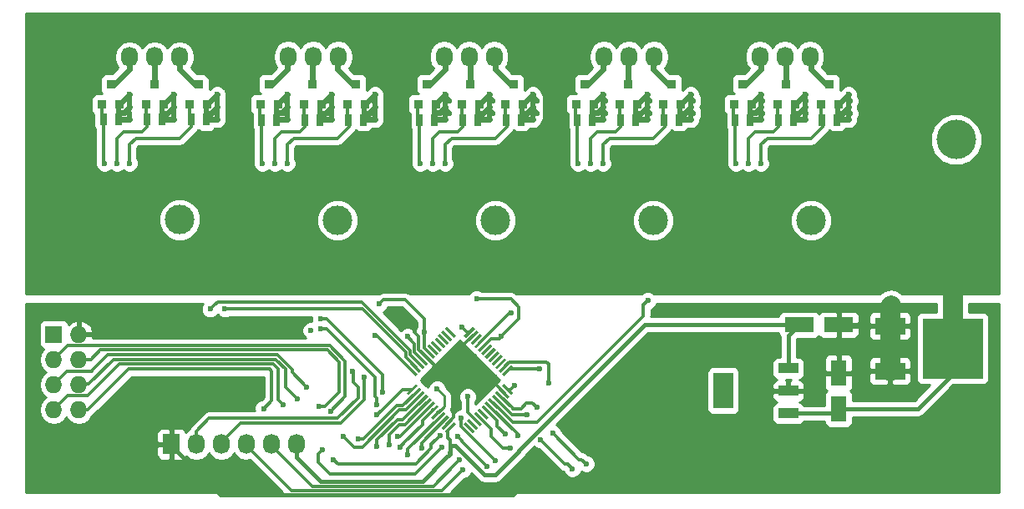
<source format=gtl>
%FSLAX46Y46*%
G04 Gerber Fmt 4.6, Leading zero omitted, Abs format (unit mm)*
G04 Created by KiCad (PCBNEW (2014-09-25 BZR 5147)-product) date mån 17 nov 2014 05:06:59*
%MOMM*%
G01*
G04 APERTURE LIST*
%ADD10C,0.100000*%
%ADD11R,1.600200X2.600960*%
%ADD12R,2.999740X1.501140*%
%ADD13R,1.727200X2.032000*%
%ADD14O,1.727200X2.032000*%
%ADD15R,1.727200X1.727200*%
%ADD16O,1.727200X1.727200*%
%ADD17R,0.914400X0.914400*%
%ADD18R,0.635000X1.143000*%
%ADD19R,2.032000X3.657600*%
%ADD20R,2.032000X1.016000*%
%ADD21R,3.048000X1.651000*%
%ADD22R,6.096000X6.096000*%
%ADD23C,4.000000*%
%ADD24C,2.999740*%
%ADD25C,0.600000*%
%ADD26C,2.000000*%
%ADD27C,0.400000*%
%ADD28C,0.500000*%
%ADD29C,0.600000*%
%ADD30C,0.300000*%
%ADD31C,0.254000*%
G04 APERTURE END LIST*
D10*
D11*
X181100000Y-99800860D03*
X181100000Y-96199140D03*
D12*
X181098980Y-91300000D03*
X177101020Y-91300000D03*
D13*
X113450000Y-103400000D03*
D14*
X115990000Y-103400000D03*
X118530000Y-103400000D03*
X121070000Y-103400000D03*
X123610000Y-103400000D03*
X126150000Y-103400000D03*
D15*
X101530000Y-92290000D03*
D16*
X104070000Y-92290000D03*
X101530000Y-94830000D03*
X104070000Y-94830000D03*
X101530000Y-97370000D03*
X104070000Y-97370000D03*
X101530000Y-99910000D03*
X104070000Y-99910000D03*
D13*
X106680000Y-64135000D03*
D14*
X109220000Y-64135000D03*
X111760000Y-64135000D03*
X114300000Y-64135000D03*
D13*
X122750000Y-64100000D03*
D14*
X125290000Y-64100000D03*
X127830000Y-64100000D03*
X130370000Y-64100000D03*
D13*
X138550000Y-64100000D03*
D14*
X141090000Y-64100000D03*
X143630000Y-64100000D03*
X146170000Y-64100000D03*
D13*
X154750000Y-64100000D03*
D14*
X157290000Y-64100000D03*
X159830000Y-64100000D03*
X162370000Y-64100000D03*
D13*
X170550000Y-64100000D03*
D14*
X173090000Y-64100000D03*
X175630000Y-64100000D03*
X178170000Y-64100000D03*
D17*
X108204000Y-68961000D03*
X106426000Y-68961000D03*
X107315000Y-66929000D03*
X112649000Y-68961000D03*
X110871000Y-68961000D03*
X111760000Y-66929000D03*
X117094000Y-68961000D03*
X115316000Y-68961000D03*
X116205000Y-66929000D03*
X124249000Y-68916000D03*
X122471000Y-68916000D03*
X123360000Y-66884000D03*
X128649000Y-68916000D03*
X126871000Y-68916000D03*
X127760000Y-66884000D03*
X133049000Y-68916000D03*
X131271000Y-68916000D03*
X132160000Y-66884000D03*
X140249000Y-68916000D03*
X138471000Y-68916000D03*
X139360000Y-66884000D03*
X144649000Y-68916000D03*
X142871000Y-68916000D03*
X143760000Y-66884000D03*
X149049000Y-68916000D03*
X147271000Y-68916000D03*
X148160000Y-66884000D03*
X156249000Y-68916000D03*
X154471000Y-68916000D03*
X155360000Y-66884000D03*
X160649000Y-68916000D03*
X158871000Y-68916000D03*
X159760000Y-66884000D03*
X165049000Y-68916000D03*
X163271000Y-68916000D03*
X164160000Y-66884000D03*
X172249000Y-68916000D03*
X170471000Y-68916000D03*
X171360000Y-66884000D03*
X176649000Y-68916000D03*
X174871000Y-68916000D03*
X175760000Y-66884000D03*
X181049000Y-68916000D03*
X179271000Y-68916000D03*
X180160000Y-66884000D03*
D18*
X106553000Y-70485000D03*
X108077000Y-70485000D03*
X110998000Y-70485000D03*
X112522000Y-70485000D03*
X115443000Y-70485000D03*
X116967000Y-70485000D03*
X122598000Y-70500000D03*
X124122000Y-70500000D03*
X126998000Y-70500000D03*
X128522000Y-70500000D03*
X131398000Y-70500000D03*
X132922000Y-70500000D03*
X138598000Y-70500000D03*
X140122000Y-70500000D03*
X142998000Y-70500000D03*
X144522000Y-70500000D03*
X147398000Y-70500000D03*
X148922000Y-70500000D03*
X154598000Y-70500000D03*
X156122000Y-70500000D03*
X158998000Y-70500000D03*
X160522000Y-70500000D03*
X163398000Y-70500000D03*
X164922000Y-70500000D03*
X170598000Y-70500000D03*
X172122000Y-70500000D03*
X174998000Y-70500000D03*
X176522000Y-70500000D03*
X179398000Y-70500000D03*
X180922000Y-70500000D03*
D19*
X169398000Y-98000000D03*
D20*
X176002000Y-98000000D03*
X176002000Y-95714000D03*
X176002000Y-100286000D03*
D10*
G36*
X140331009Y-92551760D02*
X141250587Y-93471338D01*
X141038653Y-93683272D01*
X140119075Y-92763694D01*
X140331009Y-92551760D01*
X140331009Y-92551760D01*
G37*
G36*
X139977186Y-92905582D02*
X140896764Y-93825160D01*
X140684830Y-94037094D01*
X139765252Y-93117516D01*
X139977186Y-92905582D01*
X139977186Y-92905582D01*
G37*
G36*
X139623364Y-93259404D02*
X140542942Y-94178982D01*
X140331008Y-94390916D01*
X139411430Y-93471338D01*
X139623364Y-93259404D01*
X139623364Y-93259404D01*
G37*
G36*
X139271338Y-93611430D02*
X140190916Y-94531008D01*
X139978982Y-94742942D01*
X139059404Y-93823364D01*
X139271338Y-93611430D01*
X139271338Y-93611430D01*
G37*
G36*
X138917516Y-93965252D02*
X139837094Y-94884830D01*
X139625160Y-95096764D01*
X138705582Y-94177186D01*
X138917516Y-93965252D01*
X138917516Y-93965252D01*
G37*
G36*
X141392475Y-91490294D02*
X142312053Y-92409872D01*
X142100119Y-92621806D01*
X141180541Y-91702228D01*
X141392475Y-91490294D01*
X141392475Y-91490294D01*
G37*
G36*
X141038653Y-91844116D02*
X141958231Y-92763694D01*
X141746297Y-92975628D01*
X140826719Y-92056050D01*
X141038653Y-91844116D01*
X141038653Y-91844116D01*
G37*
G36*
X140684831Y-92197938D02*
X141604409Y-93117516D01*
X141392475Y-93329450D01*
X140472897Y-92409872D01*
X140684831Y-92197938D01*
X140684831Y-92197938D01*
G37*
G36*
X138209872Y-97287947D02*
X138421806Y-97499881D01*
X137502228Y-98419459D01*
X137290294Y-98207525D01*
X138209872Y-97287947D01*
X138209872Y-97287947D01*
G37*
G36*
X138563694Y-97641769D02*
X138775628Y-97853703D01*
X137856050Y-98773281D01*
X137644116Y-98561347D01*
X138563694Y-97641769D01*
X138563694Y-97641769D01*
G37*
G36*
X138917516Y-97995591D02*
X139129450Y-98207525D01*
X138209872Y-99127103D01*
X137997938Y-98915169D01*
X138917516Y-97995591D01*
X138917516Y-97995591D01*
G37*
G36*
X139271338Y-98349413D02*
X139483272Y-98561347D01*
X138563694Y-99480925D01*
X138351760Y-99268991D01*
X139271338Y-98349413D01*
X139271338Y-98349413D01*
G37*
G36*
X139625160Y-98703236D02*
X139837094Y-98915170D01*
X138917516Y-99834748D01*
X138705582Y-99622814D01*
X139625160Y-98703236D01*
X139625160Y-98703236D01*
G37*
G36*
X139978982Y-99057058D02*
X140190916Y-99268992D01*
X139271338Y-100188570D01*
X139059404Y-99976636D01*
X139978982Y-99057058D01*
X139978982Y-99057058D01*
G37*
G36*
X140331008Y-99409084D02*
X140542942Y-99621018D01*
X139623364Y-100540596D01*
X139411430Y-100328662D01*
X140331008Y-99409084D01*
X140331008Y-99409084D01*
G37*
G36*
X140684830Y-99762906D02*
X140896764Y-99974840D01*
X139977186Y-100894418D01*
X139765252Y-100682484D01*
X140684830Y-99762906D01*
X140684830Y-99762906D01*
G37*
G36*
X143299881Y-101178194D02*
X144219459Y-102097772D01*
X144007525Y-102309706D01*
X143087947Y-101390128D01*
X143299881Y-101178194D01*
X143299881Y-101178194D01*
G37*
G36*
X143653703Y-100824372D02*
X144573281Y-101743950D01*
X144361347Y-101955884D01*
X143441769Y-101036306D01*
X143653703Y-100824372D01*
X143653703Y-100824372D01*
G37*
G36*
X144007525Y-100470550D02*
X144927103Y-101390128D01*
X144715169Y-101602062D01*
X143795591Y-100682484D01*
X144007525Y-100470550D01*
X144007525Y-100470550D01*
G37*
G36*
X144361347Y-100116728D02*
X145280925Y-101036306D01*
X145068991Y-101248240D01*
X144149413Y-100328662D01*
X144361347Y-100116728D01*
X144361347Y-100116728D01*
G37*
G36*
X144715170Y-99762906D02*
X145634748Y-100682484D01*
X145422814Y-100894418D01*
X144503236Y-99974840D01*
X144715170Y-99762906D01*
X144715170Y-99762906D01*
G37*
G36*
X145068992Y-99409084D02*
X145988570Y-100328662D01*
X145776636Y-100540596D01*
X144857058Y-99621018D01*
X145068992Y-99409084D01*
X145068992Y-99409084D01*
G37*
G36*
X145421018Y-99057058D02*
X146340596Y-99976636D01*
X146128662Y-100188570D01*
X145209084Y-99268992D01*
X145421018Y-99057058D01*
X145421018Y-99057058D01*
G37*
G36*
X145774840Y-98703236D02*
X146694418Y-99622814D01*
X146482484Y-99834748D01*
X145562906Y-98915170D01*
X145774840Y-98703236D01*
X145774840Y-98703236D01*
G37*
G36*
X147897772Y-95380541D02*
X148109706Y-95592475D01*
X147190128Y-96512053D01*
X146978194Y-96300119D01*
X147897772Y-95380541D01*
X147897772Y-95380541D01*
G37*
G36*
X147543950Y-95026719D02*
X147755884Y-95238653D01*
X146836306Y-96158231D01*
X146624372Y-95946297D01*
X147543950Y-95026719D01*
X147543950Y-95026719D01*
G37*
G36*
X147190128Y-94672897D02*
X147402062Y-94884831D01*
X146482484Y-95804409D01*
X146270550Y-95592475D01*
X147190128Y-94672897D01*
X147190128Y-94672897D01*
G37*
G36*
X146836306Y-94319075D02*
X147048240Y-94531009D01*
X146128662Y-95450587D01*
X145916728Y-95238653D01*
X146836306Y-94319075D01*
X146836306Y-94319075D01*
G37*
G36*
X146482484Y-93965252D02*
X146694418Y-94177186D01*
X145774840Y-95096764D01*
X145562906Y-94884830D01*
X146482484Y-93965252D01*
X146482484Y-93965252D01*
G37*
G36*
X146128662Y-93611430D02*
X146340596Y-93823364D01*
X145421018Y-94742942D01*
X145209084Y-94531008D01*
X146128662Y-93611430D01*
X146128662Y-93611430D01*
G37*
G36*
X145776636Y-93259404D02*
X145988570Y-93471338D01*
X145068992Y-94390916D01*
X144857058Y-94178982D01*
X145776636Y-93259404D01*
X145776636Y-93259404D01*
G37*
G36*
X145422814Y-92905582D02*
X145634748Y-93117516D01*
X144715170Y-94037094D01*
X144503236Y-93825160D01*
X145422814Y-92905582D01*
X145422814Y-92905582D01*
G37*
G36*
X138563694Y-94319075D02*
X139483272Y-95238653D01*
X139271338Y-95450587D01*
X138351760Y-94531009D01*
X138563694Y-94319075D01*
X138563694Y-94319075D01*
G37*
G36*
X138209872Y-94672897D02*
X139129450Y-95592475D01*
X138917516Y-95804409D01*
X137997938Y-94884831D01*
X138209872Y-94672897D01*
X138209872Y-94672897D01*
G37*
G36*
X137856050Y-95026719D02*
X138775628Y-95946297D01*
X138563694Y-96158231D01*
X137644116Y-95238653D01*
X137856050Y-95026719D01*
X137856050Y-95026719D01*
G37*
G36*
X137502228Y-95380541D02*
X138421806Y-96300119D01*
X138209872Y-96512053D01*
X137290294Y-95592475D01*
X137502228Y-95380541D01*
X137502228Y-95380541D01*
G37*
G36*
X141038653Y-100116728D02*
X141250587Y-100328662D01*
X140331009Y-101248240D01*
X140119075Y-101036306D01*
X141038653Y-100116728D01*
X141038653Y-100116728D01*
G37*
G36*
X141392475Y-100470550D02*
X141604409Y-100682484D01*
X140684831Y-101602062D01*
X140472897Y-101390128D01*
X141392475Y-100470550D01*
X141392475Y-100470550D01*
G37*
G36*
X141746297Y-100824372D02*
X141958231Y-101036306D01*
X141038653Y-101955884D01*
X140826719Y-101743950D01*
X141746297Y-100824372D01*
X141746297Y-100824372D01*
G37*
G36*
X142100119Y-101178194D02*
X142312053Y-101390128D01*
X141392475Y-102309706D01*
X141180541Y-102097772D01*
X142100119Y-101178194D01*
X142100119Y-101178194D01*
G37*
G36*
X146128662Y-98349413D02*
X147048240Y-99268991D01*
X146836306Y-99480925D01*
X145916728Y-98561347D01*
X146128662Y-98349413D01*
X146128662Y-98349413D01*
G37*
G36*
X146482484Y-97995591D02*
X147402062Y-98915169D01*
X147190128Y-99127103D01*
X146270550Y-98207525D01*
X146482484Y-97995591D01*
X146482484Y-97995591D01*
G37*
G36*
X146836306Y-97641769D02*
X147755884Y-98561347D01*
X147543950Y-98773281D01*
X146624372Y-97853703D01*
X146836306Y-97641769D01*
X146836306Y-97641769D01*
G37*
G36*
X147190128Y-97287947D02*
X148109706Y-98207525D01*
X147897772Y-98419459D01*
X146978194Y-97499881D01*
X147190128Y-97287947D01*
X147190128Y-97287947D01*
G37*
G36*
X145068991Y-92551760D02*
X145280925Y-92763694D01*
X144361347Y-93683272D01*
X144149413Y-93471338D01*
X145068991Y-92551760D01*
X145068991Y-92551760D01*
G37*
G36*
X144715169Y-92197938D02*
X144927103Y-92409872D01*
X144007525Y-93329450D01*
X143795591Y-93117516D01*
X144715169Y-92197938D01*
X144715169Y-92197938D01*
G37*
G36*
X144361347Y-91844116D02*
X144573281Y-92056050D01*
X143653703Y-92975628D01*
X143441769Y-92763694D01*
X144361347Y-91844116D01*
X144361347Y-91844116D01*
G37*
G36*
X144007525Y-91490294D02*
X144219459Y-91702228D01*
X143299881Y-92621806D01*
X143087947Y-92409872D01*
X144007525Y-91490294D01*
X144007525Y-91490294D01*
G37*
D21*
X186300000Y-91414000D03*
D22*
X192650000Y-93700000D03*
D21*
X186300000Y-95986000D03*
D23*
X193000000Y-72500000D03*
X193000000Y-77500000D03*
D24*
X114300000Y-80645000D03*
X109220000Y-80645000D03*
X130300000Y-80700000D03*
X125220000Y-80700000D03*
X146300000Y-80700000D03*
X141220000Y-80700000D03*
X162300000Y-80700000D03*
X157220000Y-80700000D03*
X178300000Y-80700000D03*
X173220000Y-80700000D03*
D25*
X113665000Y-70485000D03*
X109220000Y-70485000D03*
X125220000Y-70485000D03*
X129665000Y-70485000D03*
X140900000Y-96700000D03*
X142300000Y-97600000D03*
X145200000Y-97800000D03*
X144200000Y-95300000D03*
X138100000Y-91400000D03*
X186400000Y-89300000D03*
X150400000Y-106200000D03*
X109220000Y-68580000D03*
X109220000Y-67945000D03*
X109220000Y-69850000D03*
X109220000Y-69215000D03*
X113665000Y-68580000D03*
X113665000Y-67945000D03*
X113665000Y-69850000D03*
X113665000Y-69215000D03*
X118110000Y-70485000D03*
X118110000Y-68580000D03*
X118110000Y-67945000D03*
X118110000Y-69850000D03*
X118110000Y-69215000D03*
X125095000Y-68580000D03*
X125220000Y-67945000D03*
X125095000Y-69850000D03*
X125220000Y-69215000D03*
X129540000Y-68580000D03*
X129665000Y-67945000D03*
X129540000Y-69850000D03*
X129665000Y-69215000D03*
X134110000Y-70485000D03*
X133985000Y-68580000D03*
X134110000Y-67945000D03*
X133985000Y-69850000D03*
X134110000Y-69215000D03*
X141220000Y-70485000D03*
X145665000Y-70485000D03*
X141605000Y-68580000D03*
X141220000Y-67945000D03*
X141605000Y-69850000D03*
X141220000Y-69215000D03*
X146050000Y-68580000D03*
X145665000Y-67945000D03*
X146050000Y-69850000D03*
X145665000Y-69215000D03*
X150110000Y-70485000D03*
X157220000Y-70485000D03*
X161665000Y-70485000D03*
X150495000Y-68580000D03*
X150110000Y-67945000D03*
X150495000Y-69850000D03*
X150110000Y-69215000D03*
X157480000Y-68580000D03*
X157220000Y-67945000D03*
X157480000Y-69850000D03*
X157220000Y-69215000D03*
X161925000Y-68580000D03*
X161665000Y-67945000D03*
X161925000Y-69850000D03*
X161665000Y-69215000D03*
X166110000Y-70485000D03*
X173220000Y-70485000D03*
X177665000Y-70485000D03*
X182110000Y-70485000D03*
X166370000Y-68580000D03*
X166110000Y-67945000D03*
X166370000Y-69850000D03*
X166110000Y-69215000D03*
X173355000Y-68580000D03*
X173220000Y-67945000D03*
X173355000Y-69850000D03*
X173220000Y-69215000D03*
X177800000Y-68580000D03*
X177665000Y-67945000D03*
X177800000Y-69850000D03*
X177665000Y-69215000D03*
X182245000Y-68580000D03*
X182110000Y-67945000D03*
X182245000Y-69850000D03*
X182110000Y-69215000D03*
X141692790Y-104394593D03*
X148200000Y-97500000D03*
X142900000Y-91500000D03*
X137400000Y-92500000D03*
X139100000Y-92000000D03*
X131800000Y-96000000D03*
X134500000Y-89200000D03*
X146900000Y-92500000D03*
X133000000Y-96600000D03*
X144400000Y-88685490D03*
X147300000Y-102400000D03*
X143016816Y-105985442D03*
X148600000Y-102500000D03*
X142618045Y-105037085D03*
X129600000Y-100085490D03*
X132400000Y-102900000D03*
X128400000Y-99600000D03*
X130900000Y-102600000D03*
X127200000Y-97600000D03*
X154100000Y-105900000D03*
X150900000Y-103000000D03*
X149500000Y-100400000D03*
X126200000Y-98800000D03*
X155500000Y-105400000D03*
X152100000Y-102300000D03*
X150500000Y-99700000D03*
X142800000Y-100800000D03*
X124800000Y-99400000D03*
X129900000Y-105000000D03*
X140700000Y-102500000D03*
X146300000Y-105100000D03*
X150800000Y-95800000D03*
X122800000Y-99800000D03*
X128800000Y-104000000D03*
X140900000Y-103700000D03*
X142500000Y-102600000D03*
X145445825Y-105664645D03*
X151700000Y-97200000D03*
X106680000Y-74930000D03*
X127588544Y-91864655D03*
X143494758Y-98594758D03*
X128585480Y-91709013D03*
X107950000Y-74930000D03*
X134300000Y-99400000D03*
X109220000Y-74930000D03*
X128585480Y-90700000D03*
X134900000Y-98100000D03*
X147800000Y-103800000D03*
X122680000Y-74930000D03*
X117400000Y-89700000D03*
X123950000Y-74930000D03*
X118900000Y-89700000D03*
X125220000Y-74930000D03*
X137438554Y-104446277D03*
X138680000Y-74930000D03*
X134300840Y-103657839D03*
X139950000Y-74930000D03*
X135500000Y-103500000D03*
X141220000Y-74930000D03*
X136400000Y-102600000D03*
X154680000Y-74930000D03*
X134100000Y-92400000D03*
X155950000Y-74930000D03*
X134297762Y-100427047D03*
X157220000Y-74930000D03*
X147900000Y-90100000D03*
X170680000Y-74930000D03*
X161744758Y-88844758D03*
X171950000Y-74930000D03*
X138800000Y-103800000D03*
X173220000Y-74930000D03*
X136600000Y-103700000D03*
X140400000Y-97800000D03*
D26*
X122750000Y-64100000D02*
X122750000Y-61000000D01*
X122750000Y-61000000D02*
X123000000Y-61000000D01*
X138550000Y-64100000D02*
X138550000Y-61000000D01*
X138550000Y-61000000D02*
X139000000Y-61000000D01*
X154750000Y-64100000D02*
X154750000Y-61000000D01*
X154750000Y-61000000D02*
X155000000Y-61000000D01*
X104140000Y-65405000D02*
X104140000Y-61860000D01*
X167450000Y-61000000D02*
X170550000Y-64100000D01*
X105000000Y-61000000D02*
X123000000Y-61000000D01*
X123000000Y-61000000D02*
X139000000Y-61000000D01*
X139000000Y-61000000D02*
X155000000Y-61000000D01*
X155000000Y-61000000D02*
X167450000Y-61000000D01*
X104140000Y-61860000D02*
X105000000Y-61000000D01*
X105410000Y-64135000D02*
X104140000Y-65405000D01*
X104140000Y-65405000D02*
X104140000Y-75565000D01*
X104140000Y-75565000D02*
X109220000Y-80645000D01*
X106680000Y-64135000D02*
X105410000Y-64135000D01*
X170680000Y-64135000D02*
X169410000Y-64135000D01*
X168140000Y-75565000D02*
X173220000Y-80645000D01*
X168140000Y-65405000D02*
X168140000Y-75565000D01*
X169410000Y-64135000D02*
X168140000Y-65405000D01*
X153410000Y-64135000D02*
X152140000Y-65405000D01*
X152140000Y-65405000D02*
X152140000Y-75565000D01*
X152140000Y-75565000D02*
X157220000Y-80645000D01*
X154680000Y-64135000D02*
X153410000Y-64135000D01*
X122680000Y-64135000D02*
X121410000Y-64135000D01*
X120140000Y-75565000D02*
X125220000Y-80645000D01*
X120140000Y-65405000D02*
X120140000Y-75565000D01*
X121410000Y-64135000D02*
X120140000Y-65405000D01*
X137410000Y-64135000D02*
X136140000Y-65405000D01*
X136140000Y-65405000D02*
X136140000Y-75565000D01*
X136140000Y-75565000D02*
X141220000Y-80645000D01*
X138680000Y-64135000D02*
X137410000Y-64135000D01*
X192650000Y-86350000D02*
X192700000Y-86300000D01*
X192650000Y-93700000D02*
X192650000Y-86350000D01*
D27*
X180614860Y-100286000D02*
X181100000Y-99800860D01*
X176002000Y-100286000D02*
X180614860Y-100286000D01*
X192650000Y-96250000D02*
X192650000Y-93700000D01*
X189099140Y-99800860D02*
X192650000Y-96250000D01*
X181100000Y-99800860D02*
X189099140Y-99800860D01*
D28*
X108077000Y-69088000D02*
X108204000Y-68961000D01*
X112522000Y-69088000D02*
X112649000Y-68961000D01*
X112522000Y-69850000D02*
X112522000Y-69088000D01*
X112522000Y-70485000D02*
X112522000Y-69850000D01*
X116967000Y-69088000D02*
X117094000Y-68961000D01*
X116967000Y-69850000D02*
X116967000Y-69088000D01*
X116967000Y-70485000D02*
X116967000Y-69850000D01*
D29*
X113030000Y-69850000D02*
X113665000Y-69215000D01*
X112522000Y-69850000D02*
X113030000Y-69850000D01*
D28*
X108077000Y-70485000D02*
X108077000Y-69749991D01*
X108077000Y-69749991D02*
X108077000Y-69088000D01*
D29*
X112522000Y-70485000D02*
X113665000Y-70485000D01*
X108685009Y-69749991D02*
X109220000Y-69215000D01*
X108077000Y-69749991D02*
X108685009Y-69749991D01*
X108077000Y-70485000D02*
X109220000Y-70485000D01*
D28*
X172077000Y-69749991D02*
X172077000Y-69088000D01*
X172077000Y-70485000D02*
X172077000Y-69749991D01*
X180967000Y-69850000D02*
X180967000Y-69088000D01*
X180967000Y-69088000D02*
X181094000Y-68961000D01*
X176522000Y-69850000D02*
X176522000Y-69088000D01*
X176522000Y-69088000D02*
X176649000Y-68961000D01*
X172077000Y-69088000D02*
X172204000Y-68961000D01*
X156077000Y-69088000D02*
X156204000Y-68961000D01*
X160522000Y-69088000D02*
X160649000Y-68961000D01*
X160522000Y-69850000D02*
X160522000Y-69088000D01*
X164967000Y-69088000D02*
X165094000Y-68961000D01*
X164967000Y-69850000D02*
X164967000Y-69088000D01*
X164967000Y-70485000D02*
X164967000Y-69850000D01*
X156077000Y-70485000D02*
X156077000Y-69749991D01*
X156077000Y-69749991D02*
X156077000Y-69088000D01*
D29*
X124077000Y-70485000D02*
X125220000Y-70485000D01*
X124077000Y-69749991D02*
X124685009Y-69749991D01*
X124685009Y-69749991D02*
X125220000Y-69215000D01*
X128522000Y-70485000D02*
X129665000Y-70485000D01*
D28*
X124077000Y-69749991D02*
X124077000Y-69088000D01*
X124077000Y-70485000D02*
X124077000Y-69749991D01*
D29*
X128522000Y-69850000D02*
X129030000Y-69850000D01*
X129030000Y-69850000D02*
X129665000Y-69215000D01*
D28*
X132967000Y-70485000D02*
X132967000Y-69850000D01*
X132967000Y-69850000D02*
X132967000Y-69088000D01*
X132967000Y-69088000D02*
X133094000Y-68961000D01*
X128522000Y-70485000D02*
X128522000Y-69850000D01*
X128522000Y-69850000D02*
X128522000Y-69088000D01*
X128522000Y-69088000D02*
X128649000Y-68961000D01*
X124077000Y-69088000D02*
X124204000Y-68961000D01*
X140077000Y-69088000D02*
X140204000Y-68961000D01*
X144522000Y-69088000D02*
X144649000Y-68961000D01*
X144522000Y-69850000D02*
X144522000Y-69088000D01*
X148967000Y-69088000D02*
X149094000Y-68961000D01*
X148967000Y-69850000D02*
X148967000Y-69088000D01*
X148967000Y-70485000D02*
X148967000Y-69850000D01*
X140077000Y-70485000D02*
X140077000Y-69749991D01*
X140077000Y-69749991D02*
X140077000Y-69088000D01*
D30*
X140900000Y-96700000D02*
X140400000Y-96200000D01*
X140400000Y-96200000D02*
X140400000Y-95659670D01*
X140400000Y-95659670D02*
X139271338Y-94531008D01*
X146382603Y-97400000D02*
X147190128Y-98207525D01*
X145600000Y-97400000D02*
X146382603Y-97400000D01*
X145200000Y-97800000D02*
X145600000Y-97400000D01*
X144200000Y-95300000D02*
X143100000Y-94200000D01*
X143100000Y-94200000D02*
X143100000Y-93317397D01*
X143100000Y-93317397D02*
X144007525Y-92409872D01*
X138100000Y-92057462D02*
X138100000Y-91400000D01*
X138520010Y-92477472D02*
X138100000Y-92057462D01*
X138520010Y-93779680D02*
X138520010Y-92477472D01*
X139271338Y-94531008D02*
X138520010Y-93779680D01*
D26*
X186300000Y-95986000D02*
X186300000Y-91414000D01*
X186300000Y-89400000D02*
X186400000Y-89300000D01*
X186300000Y-91414000D02*
X186300000Y-89400000D01*
D27*
X181100000Y-91526980D02*
X181100000Y-96199140D01*
X181212980Y-91414000D02*
X181100000Y-91526980D01*
X186300000Y-91414000D02*
X181212980Y-91414000D01*
X177900000Y-98000000D02*
X179700860Y-96199140D01*
X179700860Y-96199140D02*
X181100000Y-96199140D01*
X176002000Y-98000000D02*
X177900000Y-98000000D01*
X148039970Y-108560030D02*
X149955501Y-106644499D01*
X118457630Y-108560030D02*
X148039970Y-108560030D01*
X113450000Y-103552400D02*
X118457630Y-108560030D01*
X113450000Y-103400000D02*
X113450000Y-103552400D01*
X149955501Y-106644499D02*
X150400000Y-106200000D01*
D30*
X141392475Y-101390128D02*
X142085499Y-100697104D01*
X142085499Y-100697104D02*
X142085499Y-98443118D01*
X142085499Y-98443118D02*
X142300000Y-98228617D01*
X142300000Y-98228617D02*
X142300000Y-97600000D01*
D28*
X109220000Y-69850000D02*
X109220000Y-70485000D01*
D29*
X109220000Y-67945000D02*
X108204000Y-68961000D01*
D28*
X109220000Y-69215000D02*
X109220000Y-67945000D01*
X109220000Y-67945000D02*
X109220000Y-68580000D01*
X113665000Y-69215000D02*
X113665000Y-70485000D01*
D29*
X113665000Y-67945000D02*
X112649000Y-68961000D01*
D28*
X113665000Y-69215000D02*
X113665000Y-67945000D01*
X113665000Y-67945000D02*
X113665000Y-68580000D01*
X113665000Y-69215000D02*
X113665000Y-69850000D01*
D29*
X117475000Y-69850000D02*
X116967000Y-69850000D01*
X117475000Y-69850000D02*
X118110000Y-69215000D01*
X117094000Y-68961000D02*
X118110000Y-67945000D01*
D28*
X118110000Y-67945000D02*
X118110000Y-69215000D01*
D29*
X118110000Y-70485000D02*
X116967000Y-70485000D01*
D28*
X118110000Y-67945000D02*
X118110000Y-68580000D01*
X118110000Y-69215000D02*
X118110000Y-70485000D01*
X118110000Y-69215000D02*
X118110000Y-69850000D01*
X125220000Y-69215000D02*
X125220000Y-70485000D01*
D29*
X125220000Y-67945000D02*
X124204000Y-68961000D01*
D28*
X125220000Y-69215000D02*
X125220000Y-67945000D01*
X129665000Y-69215000D02*
X129665000Y-70485000D01*
D29*
X129665000Y-67945000D02*
X128649000Y-68961000D01*
D28*
X129665000Y-69215000D02*
X129665000Y-67945000D01*
X125220000Y-68455000D02*
X125095000Y-68580000D01*
X125220000Y-67945000D02*
X125220000Y-68455000D01*
X125220000Y-69725000D02*
X125095000Y-69850000D01*
X125220000Y-69215000D02*
X125220000Y-69725000D01*
X129665000Y-68455000D02*
X129540000Y-68580000D01*
X129665000Y-67945000D02*
X129665000Y-68455000D01*
X129665000Y-69725000D02*
X129540000Y-69850000D01*
X129665000Y-69215000D02*
X129665000Y-69725000D01*
D29*
X134110000Y-67945000D02*
X133094000Y-68961000D01*
X133475000Y-69850000D02*
X134110000Y-69215000D01*
X132967000Y-69850000D02*
X133475000Y-69850000D01*
D28*
X134110000Y-67945000D02*
X134110000Y-69215000D01*
D29*
X134110000Y-70485000D02*
X132967000Y-70485000D01*
D28*
X134110000Y-69215000D02*
X134110000Y-70485000D01*
X134110000Y-68455000D02*
X133985000Y-68580000D01*
X134110000Y-67945000D02*
X134110000Y-68455000D01*
X134110000Y-69725000D02*
X133985000Y-69850000D01*
X134110000Y-69215000D02*
X134110000Y-69725000D01*
D29*
X140685009Y-69749991D02*
X140077000Y-69749991D01*
X140685009Y-69749991D02*
X141220000Y-69215000D01*
X140204000Y-68961000D02*
X141220000Y-67945000D01*
D28*
X141220000Y-67945000D02*
X141220000Y-69215000D01*
D29*
X141220000Y-70485000D02*
X140077000Y-70485000D01*
D28*
X141220000Y-69215000D02*
X141220000Y-70485000D01*
D29*
X145665000Y-70485000D02*
X144522000Y-70485000D01*
X144522000Y-69850000D02*
X145030000Y-69850000D01*
X145030000Y-69850000D02*
X145665000Y-69215000D01*
D28*
X145665000Y-70485000D02*
X145665000Y-69215000D01*
D29*
X145665000Y-67945000D02*
X144649000Y-68961000D01*
D28*
X145665000Y-69215000D02*
X145665000Y-67945000D01*
X141220000Y-68195000D02*
X141605000Y-68580000D01*
X141220000Y-67945000D02*
X141220000Y-68195000D01*
X141220000Y-69465000D02*
X141605000Y-69850000D01*
X141220000Y-69215000D02*
X141220000Y-69465000D01*
X145665000Y-68195000D02*
X146050000Y-68580000D01*
X145665000Y-67945000D02*
X145665000Y-68195000D01*
X145665000Y-69465000D02*
X146050000Y-69850000D01*
X145665000Y-69215000D02*
X145665000Y-69465000D01*
D29*
X149475000Y-69850000D02*
X148967000Y-69850000D01*
X149475000Y-69850000D02*
X150110000Y-69215000D01*
X149094000Y-68961000D02*
X150110000Y-67945000D01*
D28*
X150110000Y-67945000D02*
X150110000Y-69215000D01*
D29*
X150110000Y-70485000D02*
X148967000Y-70485000D01*
D28*
X150110000Y-69215000D02*
X150110000Y-70485000D01*
D29*
X156685009Y-69749991D02*
X156077000Y-69749991D01*
X156685009Y-69749991D02*
X157220000Y-69215000D01*
X156204000Y-68961000D02*
X157220000Y-67945000D01*
D28*
X157220000Y-67945000D02*
X157220000Y-69215000D01*
D29*
X157220000Y-70485000D02*
X156077000Y-70485000D01*
D28*
X157220000Y-69215000D02*
X157220000Y-70485000D01*
D29*
X161665000Y-70485000D02*
X160522000Y-70485000D01*
X160522000Y-69850000D02*
X161030000Y-69850000D01*
X161030000Y-69850000D02*
X161665000Y-69215000D01*
D28*
X161665000Y-70485000D02*
X161665000Y-69215000D01*
D29*
X161665000Y-67945000D02*
X160649000Y-68961000D01*
D28*
X161665000Y-69215000D02*
X161665000Y-67945000D01*
X150110000Y-68195000D02*
X150495000Y-68580000D01*
X150110000Y-67945000D02*
X150110000Y-68195000D01*
X150110000Y-69465000D02*
X150495000Y-69850000D01*
X150110000Y-69215000D02*
X150110000Y-69465000D01*
X157220000Y-68320000D02*
X157480000Y-68580000D01*
X157220000Y-67945000D02*
X157220000Y-68320000D01*
X157220000Y-69590000D02*
X157480000Y-69850000D01*
X157220000Y-69215000D02*
X157220000Y-69590000D01*
X161665000Y-68320000D02*
X161925000Y-68580000D01*
X161665000Y-67945000D02*
X161665000Y-68320000D01*
X161665000Y-69590000D02*
X161925000Y-69850000D01*
X161665000Y-69215000D02*
X161665000Y-69590000D01*
D29*
X165475000Y-69850000D02*
X164967000Y-69850000D01*
X165475000Y-69850000D02*
X166110000Y-69215000D01*
X165094000Y-68961000D02*
X166110000Y-67945000D01*
D28*
X166110000Y-67945000D02*
X166110000Y-69215000D01*
D29*
X166110000Y-70485000D02*
X164967000Y-70485000D01*
D28*
X166110000Y-69215000D02*
X166110000Y-70485000D01*
D29*
X173220000Y-67945000D02*
X172204000Y-68961000D01*
X172685009Y-69749991D02*
X173220000Y-69215000D01*
X172077000Y-69749991D02*
X172685009Y-69749991D01*
D28*
X173220000Y-67945000D02*
X173220000Y-69215000D01*
D29*
X173220000Y-70485000D02*
X172077000Y-70485000D01*
D28*
X173220000Y-69215000D02*
X173220000Y-70485000D01*
D29*
X177030000Y-69850000D02*
X177665000Y-69215000D01*
X177030000Y-69850000D02*
X176522000Y-69850000D01*
X176522000Y-70485000D02*
X177665000Y-70485000D01*
D28*
X177665000Y-70485000D02*
X177665000Y-69215000D01*
D29*
X177665000Y-67945000D02*
X176649000Y-68961000D01*
D28*
X177665000Y-69215000D02*
X177665000Y-67945000D01*
D29*
X181475000Y-69850000D02*
X182110000Y-69215000D01*
X181475000Y-69850000D02*
X180967000Y-69850000D01*
X180967000Y-70485000D02*
X182110000Y-70485000D01*
D28*
X182110000Y-70485000D02*
X182110000Y-69215000D01*
D29*
X182110000Y-67945000D02*
X181094000Y-68961000D01*
D28*
X182110000Y-69215000D02*
X182110000Y-67945000D01*
X166110000Y-68320000D02*
X166370000Y-68580000D01*
X166110000Y-67945000D02*
X166110000Y-68320000D01*
X166110000Y-69590000D02*
X166370000Y-69850000D01*
X166110000Y-69215000D02*
X166110000Y-69590000D01*
X173220000Y-68445000D02*
X173355000Y-68580000D01*
X173220000Y-67945000D02*
X173220000Y-68445000D01*
X173220000Y-69715000D02*
X173355000Y-69850000D01*
X173220000Y-69215000D02*
X173220000Y-69715000D01*
X177665000Y-68445000D02*
X177800000Y-68580000D01*
X177665000Y-67945000D02*
X177665000Y-68445000D01*
X177665000Y-69715000D02*
X177800000Y-69850000D01*
X177665000Y-69215000D02*
X177665000Y-69715000D01*
X182110000Y-68445000D02*
X182245000Y-68580000D01*
X182110000Y-67945000D02*
X182110000Y-68445000D01*
X182110000Y-69715000D02*
X182245000Y-69850000D01*
X182110000Y-69215000D02*
X182110000Y-69715000D01*
D30*
X148200000Y-97500000D02*
X147846297Y-97853703D01*
X147846297Y-97853703D02*
X147543950Y-97853703D01*
X143456050Y-92056050D02*
X143653703Y-92056050D01*
X142900000Y-91500000D02*
X143456050Y-92056050D01*
X138917516Y-94884831D02*
X138100000Y-94067315D01*
X138100000Y-94067315D02*
X138100000Y-93200000D01*
X138100000Y-93200000D02*
X137844499Y-92944499D01*
X137844499Y-92944499D02*
X137400000Y-92500000D01*
D27*
X176002000Y-92399020D02*
X177101020Y-91300000D01*
X176002000Y-95714000D02*
X176002000Y-92399020D01*
X141248291Y-104839092D02*
X141692790Y-104394593D01*
X126150000Y-103400000D02*
X126150000Y-104750000D01*
X126150000Y-104750000D02*
X128600000Y-107200000D01*
X128600000Y-107200000D02*
X138887383Y-107200000D01*
X138887383Y-107200000D02*
X141248291Y-104839092D01*
X161431462Y-91300000D02*
X148664501Y-104066961D01*
X148664501Y-104166961D02*
X146331462Y-106500000D01*
X177101020Y-91300000D02*
X161431462Y-91300000D01*
X142257255Y-103557255D02*
X141901511Y-103557255D01*
X148664501Y-104066961D02*
X148664501Y-104166961D01*
X146331462Y-106500000D02*
X145200000Y-106500000D01*
X141901511Y-103557255D02*
X141692790Y-103765976D01*
X141692790Y-103765976D02*
X141692790Y-104394593D01*
X145200000Y-106500000D02*
X142257255Y-103557255D01*
D30*
X141692790Y-102992790D02*
X141692790Y-104394593D01*
X141500000Y-101990247D02*
X141500000Y-102800000D01*
X141500000Y-102800000D02*
X141692790Y-102992790D01*
X141746297Y-101743950D02*
X141500000Y-101990247D01*
X139625160Y-94177186D02*
X139100000Y-93652026D01*
X139100000Y-93652026D02*
X139100000Y-92628617D01*
X139100000Y-92628617D02*
X139100000Y-92000000D01*
X139100000Y-91900000D02*
X139100000Y-92000000D01*
X115990000Y-102084000D02*
X117274000Y-100800000D01*
X115990000Y-103400000D02*
X115990000Y-102084000D01*
X117274000Y-100800000D02*
X130300000Y-100800000D01*
X130300000Y-100800000D02*
X132400000Y-98700000D01*
X132400000Y-98700000D02*
X132400000Y-97600000D01*
X131900000Y-96100000D02*
X131800000Y-96000000D01*
X131900000Y-97100000D02*
X131900000Y-96100000D01*
X132400000Y-97600000D02*
X131900000Y-97100000D01*
X134944499Y-88755501D02*
X137155501Y-88755501D01*
X134500000Y-89200000D02*
X134944499Y-88755501D01*
X139100000Y-90700000D02*
X139100000Y-92000000D01*
X137155501Y-88755501D02*
X139100000Y-90700000D01*
X146900000Y-92500000D02*
X146700000Y-92700000D01*
X146700000Y-92700000D02*
X145840330Y-92700000D01*
X145840330Y-92700000D02*
X145068992Y-93471338D01*
X118530000Y-103247600D02*
X120477600Y-101300000D01*
X118530000Y-103400000D02*
X118530000Y-103247600D01*
X120477600Y-101300000D02*
X130600000Y-101300000D01*
X133000000Y-98900000D02*
X133000000Y-96600000D01*
X130600000Y-101300000D02*
X133000000Y-98900000D01*
X144400000Y-88685490D02*
X147885490Y-88685490D01*
X147885490Y-88685490D02*
X148700000Y-89500000D01*
X148700000Y-90700000D02*
X146900000Y-92500000D01*
X148700000Y-89500000D02*
X148700000Y-90700000D01*
X147300000Y-102400000D02*
X146500000Y-101600000D01*
X146500000Y-101600000D02*
X146500000Y-101052026D01*
X146500000Y-101052026D02*
X145422814Y-99974840D01*
X140912238Y-108090020D02*
X125607620Y-108090020D01*
X143016816Y-105985442D02*
X140912238Y-108090020D01*
X121070000Y-103552400D02*
X121070000Y-103400000D01*
X125607620Y-108090020D02*
X121070000Y-103552400D01*
X139985120Y-107670010D02*
X142173546Y-105481584D01*
X123610000Y-103400000D02*
X123610000Y-103552400D01*
X123610000Y-103552400D02*
X127727610Y-107670010D01*
X127727610Y-107670010D02*
X139985120Y-107670010D01*
X142173546Y-105481584D02*
X142618045Y-105037085D01*
X145822814Y-99622814D02*
X145774840Y-99622814D01*
X148600000Y-102400000D02*
X145822814Y-99622814D01*
X148600000Y-102500000D02*
X148600000Y-102400000D01*
X102936399Y-93423601D02*
X129523601Y-93423601D01*
X101530000Y-94830000D02*
X102936399Y-93423601D01*
X131085499Y-98599991D02*
X129600000Y-100085490D01*
X131085499Y-94985499D02*
X131085499Y-98599991D01*
X129523601Y-93423601D02*
X131085499Y-94985499D01*
X136917397Y-99500000D02*
X138209872Y-98207525D01*
X136300000Y-99500000D02*
X136917397Y-99500000D01*
X132900000Y-102900000D02*
X136300000Y-99500000D01*
X132400000Y-102900000D02*
X132900000Y-102900000D01*
X105291314Y-94830000D02*
X106277703Y-93843611D01*
X104070000Y-94830000D02*
X105291314Y-94830000D01*
X106277703Y-93843611D02*
X129243611Y-93843611D01*
X129243611Y-93843611D02*
X130500000Y-95100000D01*
X129028028Y-99600000D02*
X128400000Y-99600000D01*
X130500000Y-98128028D02*
X129028028Y-99600000D01*
X130500000Y-95100000D02*
X130500000Y-98128028D01*
X138413835Y-98711206D02*
X138563694Y-98561347D01*
X136579990Y-99920010D02*
X137205031Y-99920010D01*
X132800000Y-103700000D02*
X136579990Y-99920010D01*
X132000000Y-103700000D02*
X132800000Y-103700000D01*
X137205031Y-99920010D02*
X138413835Y-98711206D01*
X130900000Y-102600000D02*
X132000000Y-103700000D01*
X153355501Y-105455501D02*
X150900000Y-103000000D01*
X153655501Y-105455501D02*
X153355501Y-105455501D01*
X154100000Y-105900000D02*
X153655501Y-105455501D01*
X147967315Y-100400000D02*
X146482484Y-98915169D01*
X149500000Y-100400000D02*
X147967315Y-100400000D01*
X125728149Y-96128149D02*
X127200000Y-97600000D01*
X125728149Y-95828149D02*
X125728149Y-96128149D01*
X124200000Y-94300000D02*
X125728149Y-95828149D01*
X107000000Y-94300000D02*
X124200000Y-94300000D01*
X105384600Y-95915400D02*
X107000000Y-94300000D01*
X105384600Y-96000000D02*
X105384600Y-95915400D01*
X102900000Y-96000000D02*
X105384600Y-96000000D01*
X101530000Y-97370000D02*
X102900000Y-96000000D01*
X155055501Y-104955501D02*
X154755501Y-104955501D01*
X154755501Y-104955501D02*
X152100000Y-102300000D01*
X155500000Y-105400000D02*
X155055501Y-104955501D01*
X148061297Y-99786338D02*
X146836306Y-98561347D01*
X148061297Y-99800000D02*
X148061297Y-99786338D01*
X148900000Y-99800000D02*
X148061297Y-99800000D01*
X149444499Y-99255501D02*
X148900000Y-99800000D01*
X150055501Y-99255501D02*
X149444499Y-99255501D01*
X150500000Y-99700000D02*
X150055501Y-99255501D01*
X125000000Y-97600000D02*
X126200000Y-98800000D01*
X125000000Y-95800000D02*
X125000000Y-97600000D01*
X124000000Y-94800000D02*
X125000000Y-95800000D01*
X107600000Y-94800000D02*
X124000000Y-94800000D01*
X105100000Y-97300000D02*
X107600000Y-94800000D01*
X104140000Y-97300000D02*
X105100000Y-97300000D01*
X104070000Y-97370000D02*
X104140000Y-97300000D01*
X142800000Y-101428617D02*
X142800000Y-100800000D01*
X142800000Y-101600000D02*
X142800000Y-101428617D01*
X146300000Y-105100000D02*
X142800000Y-101600000D01*
X147690247Y-95800000D02*
X147543950Y-95946297D01*
X150800000Y-95800000D02*
X147690247Y-95800000D01*
X140255501Y-102944499D02*
X140700000Y-102500000D01*
X130344499Y-105444499D02*
X138212963Y-105444499D01*
X129900000Y-105000000D02*
X130344499Y-105444499D01*
X139814501Y-103385499D02*
X140255501Y-102944499D01*
X139814501Y-103842961D02*
X139814501Y-103385499D01*
X138212963Y-105444499D02*
X139814501Y-103842961D01*
X124300000Y-98900000D02*
X124800000Y-99400000D01*
X124300000Y-95800000D02*
X124300000Y-98900000D01*
X108200000Y-95300000D02*
X123800000Y-95300000D01*
X104996399Y-98503601D02*
X108200000Y-95300000D01*
X123800000Y-95300000D02*
X124300000Y-95800000D01*
X102936399Y-98503601D02*
X104996399Y-98503601D01*
X101530000Y-99910000D02*
X102936399Y-98503601D01*
X128355501Y-104444499D02*
X128355501Y-104755501D01*
X128800000Y-104000000D02*
X128355501Y-104444499D01*
X128355501Y-104755501D02*
X128355501Y-105255501D01*
X128355501Y-105255501D02*
X129500000Y-106400000D01*
X138200000Y-106400000D02*
X140900000Y-103700000D01*
X129500000Y-106400000D02*
X138200000Y-106400000D01*
X142944499Y-103163319D02*
X145445825Y-105664645D01*
X142944499Y-103044499D02*
X142944499Y-103163319D01*
X142500000Y-102600000D02*
X142944499Y-103044499D01*
X151700000Y-97200000D02*
X151700000Y-95300000D01*
X147339987Y-95442616D02*
X147190128Y-95592475D01*
X147697104Y-95085499D02*
X147339987Y-95442616D01*
X151485499Y-95085499D02*
X147697104Y-95085499D01*
X151700000Y-95300000D02*
X151485499Y-95085499D01*
X123600000Y-96000000D02*
X123600000Y-99000000D01*
X123400000Y-95800000D02*
X123600000Y-96000000D01*
X123600000Y-99000000D02*
X122800000Y-99800000D01*
X109100000Y-95800000D02*
X123400000Y-95800000D01*
X104990000Y-99910000D02*
X109100000Y-95800000D01*
X104070000Y-99910000D02*
X104990000Y-99910000D01*
D29*
X109220000Y-65405000D02*
X109220000Y-64135000D01*
X107696000Y-66929000D02*
X109220000Y-65405000D01*
X107315000Y-66929000D02*
X107696000Y-66929000D01*
X111760000Y-66929000D02*
X111760000Y-64135000D01*
X114300000Y-65405000D02*
X114300000Y-64135000D01*
X115824000Y-66929000D02*
X114300000Y-65405000D01*
X116205000Y-66929000D02*
X115824000Y-66929000D01*
X123315000Y-66929000D02*
X123696000Y-66929000D01*
X123696000Y-66929000D02*
X125220000Y-65405000D01*
X125220000Y-65405000D02*
X125220000Y-64135000D01*
X127760000Y-66929000D02*
X127760000Y-64135000D01*
X132205000Y-66929000D02*
X131824000Y-66929000D01*
X131824000Y-66929000D02*
X130300000Y-65405000D01*
X130300000Y-65405000D02*
X130300000Y-64135000D01*
X141220000Y-65405000D02*
X141220000Y-64135000D01*
X139696000Y-66929000D02*
X141220000Y-65405000D01*
X139315000Y-66929000D02*
X139696000Y-66929000D01*
X143760000Y-66929000D02*
X143760000Y-64135000D01*
X146300000Y-65405000D02*
X146300000Y-64135000D01*
X147824000Y-66929000D02*
X146300000Y-65405000D01*
X148205000Y-66929000D02*
X147824000Y-66929000D01*
X157220000Y-65405000D02*
X157220000Y-64135000D01*
X155696000Y-66929000D02*
X157220000Y-65405000D01*
X155315000Y-66929000D02*
X155696000Y-66929000D01*
X159760000Y-66929000D02*
X159760000Y-64135000D01*
X162300000Y-65405000D02*
X162300000Y-64135000D01*
X163824000Y-66929000D02*
X162300000Y-65405000D01*
X164205000Y-66929000D02*
X163824000Y-66929000D01*
X171315000Y-66929000D02*
X171696000Y-66929000D01*
X171696000Y-66929000D02*
X173220000Y-65405000D01*
X173220000Y-65405000D02*
X173220000Y-64135000D01*
X175760000Y-66929000D02*
X175760000Y-64135000D01*
X180205000Y-66929000D02*
X179824000Y-66929000D01*
X179824000Y-66929000D02*
X178300000Y-65405000D01*
X178300000Y-65405000D02*
X178300000Y-64135000D01*
D30*
X106426000Y-70358000D02*
X106553000Y-70485000D01*
X106426000Y-68961000D02*
X106426000Y-70358000D01*
X106553000Y-74803000D02*
X106680000Y-74930000D01*
X106553000Y-70485000D02*
X106553000Y-74803000D01*
X110871000Y-70358000D02*
X110998000Y-70485000D01*
X110871000Y-68961000D02*
X110871000Y-70358000D01*
X110998000Y-70485000D02*
X110998000Y-70739000D01*
X143494758Y-99223375D02*
X143494758Y-98594758D01*
X144361347Y-101036306D02*
X143494758Y-100169717D01*
X110998000Y-70485000D02*
X110998000Y-71247000D01*
X107950000Y-72390000D02*
X107950000Y-74930000D01*
X108585000Y-71755000D02*
X107950000Y-72390000D01*
X110490000Y-71755000D02*
X108585000Y-71755000D01*
X110998000Y-71247000D02*
X110490000Y-71755000D01*
X143494758Y-100169717D02*
X143494758Y-99223375D01*
X128585480Y-91709013D02*
X129214097Y-91709013D01*
X134085499Y-96580415D02*
X134085499Y-98556882D01*
X129214097Y-91709013D02*
X134085499Y-96580415D01*
X134085499Y-98556882D02*
X134300000Y-98771383D01*
X134300000Y-98771383D02*
X134300000Y-99400000D01*
X115316000Y-70358000D02*
X115443000Y-70485000D01*
X115316000Y-68961000D02*
X115316000Y-70358000D01*
X115443000Y-70485000D02*
X115443000Y-70739000D01*
X115443000Y-71247000D02*
X114300000Y-72390000D01*
X114300000Y-72390000D02*
X109855000Y-72390000D01*
X109855000Y-72390000D02*
X109220000Y-73025000D01*
X109220000Y-73025000D02*
X109220000Y-74930000D01*
X115443000Y-70485000D02*
X115443000Y-71247000D01*
X134900000Y-96385903D02*
X134900000Y-97471383D01*
X128585480Y-90700000D02*
X129214097Y-90700000D01*
X129214097Y-90700000D02*
X134900000Y-96385903D01*
X134900000Y-97471383D02*
X134900000Y-98100000D01*
X147171383Y-103800000D02*
X147800000Y-103800000D01*
X147071383Y-103800000D02*
X147171383Y-103800000D01*
X145900000Y-102628617D02*
X147071383Y-103800000D01*
X145900000Y-101867315D02*
X145900000Y-102628617D01*
X144715169Y-100682484D02*
X145900000Y-101867315D01*
X122553000Y-70485000D02*
X122553000Y-74803000D01*
X122553000Y-74803000D02*
X122680000Y-74930000D01*
X122426000Y-68961000D02*
X122426000Y-70358000D01*
X122426000Y-70358000D02*
X122553000Y-70485000D01*
X138563694Y-95238653D02*
X137620010Y-94294969D01*
X118144499Y-88955501D02*
X117844499Y-89255501D01*
X117844499Y-89255501D02*
X117400000Y-89700000D01*
X137620010Y-94294969D02*
X137620010Y-93868565D01*
X137620010Y-93868565D02*
X132706946Y-88955501D01*
X132706946Y-88955501D02*
X118144499Y-88955501D01*
X126998000Y-70485000D02*
X126998000Y-71247000D01*
X123950000Y-72390000D02*
X123950000Y-74930000D01*
X124585000Y-71755000D02*
X123950000Y-72390000D01*
X126490000Y-71755000D02*
X124585000Y-71755000D01*
X126998000Y-71247000D02*
X126490000Y-71755000D01*
X126998000Y-70485000D02*
X126998000Y-70739000D01*
X126871000Y-68961000D02*
X126871000Y-70358000D01*
X126871000Y-70358000D02*
X126998000Y-70485000D01*
X132857462Y-89700000D02*
X119528617Y-89700000D01*
X119528617Y-89700000D02*
X118900000Y-89700000D01*
X137200000Y-94582603D02*
X137200000Y-94042538D01*
X138209872Y-95592475D02*
X137200000Y-94582603D01*
X137200000Y-94042538D02*
X132857462Y-89700000D01*
X131443000Y-70485000D02*
X131443000Y-71247000D01*
X125220000Y-73025000D02*
X125220000Y-74930000D01*
X125855000Y-72390000D02*
X125220000Y-73025000D01*
X130300000Y-72390000D02*
X125855000Y-72390000D01*
X131443000Y-71247000D02*
X130300000Y-72390000D01*
X131443000Y-70485000D02*
X131443000Y-70739000D01*
X131316000Y-68961000D02*
X131316000Y-70358000D01*
X131316000Y-70358000D02*
X131443000Y-70485000D01*
X140684831Y-100682484D02*
X137438554Y-103928761D01*
X137438554Y-103928761D02*
X137438554Y-104446277D01*
X138426000Y-70358000D02*
X138553000Y-70485000D01*
X138426000Y-68961000D02*
X138426000Y-70358000D01*
X138553000Y-74803000D02*
X138680000Y-74930000D01*
X138553000Y-70485000D02*
X138553000Y-74803000D01*
X134300840Y-103029222D02*
X134300840Y-103657839D01*
X134300840Y-102999160D02*
X134300840Y-103029222D01*
X136400000Y-100900000D02*
X134300840Y-102999160D01*
X136932685Y-100900000D02*
X136400000Y-100900000D01*
X138917516Y-98915169D02*
X136932685Y-100900000D01*
X142871000Y-70358000D02*
X142998000Y-70485000D01*
X142871000Y-68961000D02*
X142871000Y-70358000D01*
X142998000Y-70485000D02*
X142998000Y-70739000D01*
X142998000Y-71247000D02*
X142490000Y-71755000D01*
X142490000Y-71755000D02*
X140585000Y-71755000D01*
X140585000Y-71755000D02*
X139950000Y-72390000D01*
X139950000Y-72390000D02*
X139950000Y-74930000D01*
X142998000Y-70485000D02*
X142998000Y-71247000D01*
X135500000Y-102871383D02*
X135500000Y-103500000D01*
X139271338Y-99268992D02*
X137140330Y-101400000D01*
X137140330Y-101400000D02*
X136571383Y-101400000D01*
X136571383Y-101400000D02*
X135500000Y-102471383D01*
X135500000Y-102471383D02*
X135500000Y-102871383D01*
X147316000Y-70358000D02*
X147443000Y-70485000D01*
X147316000Y-68961000D02*
X147316000Y-70358000D01*
X147443000Y-70485000D02*
X147443000Y-70739000D01*
X147443000Y-71247000D02*
X146300000Y-72390000D01*
X146300000Y-72390000D02*
X141855000Y-72390000D01*
X141855000Y-72390000D02*
X141220000Y-73025000D01*
X141220000Y-73025000D02*
X141220000Y-74930000D01*
X147443000Y-70485000D02*
X147443000Y-71247000D01*
X139625160Y-99622814D02*
X136647974Y-102600000D01*
X136647974Y-102600000D02*
X136400000Y-102600000D01*
X154426000Y-70358000D02*
X154553000Y-70485000D01*
X154426000Y-68961000D02*
X154426000Y-70358000D01*
X154553000Y-74803000D02*
X154680000Y-74930000D01*
X154553000Y-70485000D02*
X154553000Y-74803000D01*
X137856050Y-95946297D02*
X134309753Y-92400000D01*
X134309753Y-92400000D02*
X134100000Y-92400000D01*
X158871000Y-70358000D02*
X158998000Y-70485000D01*
X158871000Y-68961000D02*
X158871000Y-70358000D01*
X158998000Y-70485000D02*
X158998000Y-70739000D01*
X158998000Y-70485000D02*
X158998000Y-71247000D01*
X155950000Y-72390000D02*
X155950000Y-74930000D01*
X156585000Y-71755000D02*
X155950000Y-72390000D01*
X158490000Y-71755000D02*
X156585000Y-71755000D01*
X158998000Y-71247000D02*
X158490000Y-71755000D01*
X137856050Y-97853703D02*
X136871106Y-97853703D01*
X136871106Y-97853703D02*
X134742261Y-99982548D01*
X134742261Y-99982548D02*
X134297762Y-100427047D01*
X163316000Y-70358000D02*
X163443000Y-70485000D01*
X163316000Y-68961000D02*
X163316000Y-70358000D01*
X163443000Y-70485000D02*
X163443000Y-70739000D01*
X163443000Y-71247000D02*
X162300000Y-72390000D01*
X162300000Y-72390000D02*
X157855000Y-72390000D01*
X157855000Y-72390000D02*
X157220000Y-73025000D01*
X157220000Y-73025000D02*
X157220000Y-74930000D01*
X163443000Y-70485000D02*
X163443000Y-71247000D01*
X147732685Y-90100000D02*
X147900000Y-90100000D01*
X144715169Y-93117516D02*
X147732685Y-90100000D01*
X170553000Y-70485000D02*
X170553000Y-74803000D01*
X170553000Y-74803000D02*
X170680000Y-74930000D01*
X170426000Y-68961000D02*
X170426000Y-70358000D01*
X170426000Y-70358000D02*
X170553000Y-70485000D01*
X146128662Y-99228662D02*
X146128662Y-99268992D01*
X161300259Y-89289257D02*
X161744758Y-88844758D01*
X161300259Y-90399741D02*
X161300259Y-89289257D01*
X150500000Y-101200000D02*
X161300259Y-90399741D01*
X148059670Y-101200000D02*
X150500000Y-101200000D01*
X146128662Y-99268992D02*
X148059670Y-101200000D01*
X174998000Y-70485000D02*
X174998000Y-71247000D01*
X171950000Y-72390000D02*
X171950000Y-74930000D01*
X172585000Y-71755000D02*
X171950000Y-72390000D01*
X174490000Y-71755000D02*
X172585000Y-71755000D01*
X174998000Y-71247000D02*
X174490000Y-71755000D01*
X174998000Y-70485000D02*
X174998000Y-70739000D01*
X174871000Y-68961000D02*
X174871000Y-70358000D01*
X174871000Y-70358000D02*
X174998000Y-70485000D01*
X138800000Y-103274959D02*
X138800000Y-103800000D01*
X141038653Y-101036306D02*
X138800000Y-103274959D01*
X179443000Y-70485000D02*
X179443000Y-70739000D01*
X179316000Y-68961000D02*
X179316000Y-70358000D01*
X179316000Y-70358000D02*
X179443000Y-70485000D01*
X139977186Y-99922814D02*
X139977186Y-99974840D01*
X179443000Y-71247000D02*
X178300000Y-72390000D01*
X179443000Y-70485000D02*
X179443000Y-71247000D01*
X173220000Y-73025000D02*
X173220000Y-74930000D01*
X173855000Y-72390000D02*
X173220000Y-73025000D01*
X178300000Y-72390000D02*
X173855000Y-72390000D01*
X138900000Y-101400000D02*
X137044499Y-103255501D01*
X138900000Y-101000000D02*
X138900000Y-101400000D01*
X139925160Y-99974840D02*
X138900000Y-101000000D01*
X137044499Y-103255501D02*
X136600000Y-103700000D01*
X139977186Y-99974840D02*
X139925160Y-99974840D01*
D31*
X141100000Y-99600000D02*
X141100000Y-98500000D01*
X141100000Y-98500000D02*
X140400000Y-97800000D01*
X140521197Y-100178803D02*
X141100000Y-99600000D01*
X140480867Y-100178803D02*
X140521197Y-100178803D01*
D30*
X140331008Y-100328662D02*
X140480867Y-100178803D01*
D31*
G36*
X127668728Y-90929724D02*
X127403377Y-90929493D01*
X127059601Y-91071538D01*
X126796352Y-91334328D01*
X126653706Y-91677856D01*
X126653382Y-92049822D01*
X126795427Y-92393598D01*
X127040002Y-92638601D01*
X105524968Y-92638601D01*
X105524968Y-91930973D01*
X105276821Y-91401510D01*
X104844947Y-91007312D01*
X104429026Y-90835042D01*
X104197000Y-90956183D01*
X104197000Y-92163000D01*
X105404469Y-92163000D01*
X105524968Y-91930973D01*
X105524968Y-92638601D01*
X105519553Y-92638601D01*
X105404469Y-92417000D01*
X104197000Y-92417000D01*
X104197000Y-92437000D01*
X103943000Y-92437000D01*
X103943000Y-92417000D01*
X103923000Y-92417000D01*
X103923000Y-92163000D01*
X103943000Y-92163000D01*
X103943000Y-90956183D01*
X103710974Y-90835042D01*
X103295053Y-91007312D01*
X103013700Y-91264119D01*
X102931927Y-91066702D01*
X102753299Y-90888073D01*
X102519910Y-90791400D01*
X102267291Y-90791400D01*
X100540091Y-90791400D01*
X100306702Y-90888073D01*
X100128073Y-91066701D01*
X100031400Y-91300090D01*
X100031400Y-91552709D01*
X100031400Y-93279909D01*
X100128073Y-93513298D01*
X100306701Y-93691927D01*
X100460526Y-93755643D01*
X100145474Y-94227152D01*
X100031400Y-94800641D01*
X100031400Y-94859359D01*
X100145474Y-95432848D01*
X100470330Y-95919029D01*
X100741172Y-96100000D01*
X100470330Y-96280971D01*
X100145474Y-96767152D01*
X100031400Y-97340641D01*
X100031400Y-97399359D01*
X100145474Y-97972848D01*
X100470330Y-98459029D01*
X100741172Y-98640000D01*
X100470330Y-98820971D01*
X100145474Y-99307152D01*
X100031400Y-99880641D01*
X100031400Y-99939359D01*
X100145474Y-100512848D01*
X100470330Y-100999029D01*
X100956511Y-101323885D01*
X101530000Y-101437959D01*
X102103489Y-101323885D01*
X102589670Y-100999029D01*
X102800000Y-100684248D01*
X103010330Y-100999029D01*
X103496511Y-101323885D01*
X104070000Y-101437959D01*
X104643489Y-101323885D01*
X105129670Y-100999029D01*
X105439151Y-100535857D01*
X105439152Y-100535856D01*
X105545079Y-100465079D01*
X109425158Y-96585000D01*
X122815000Y-96585000D01*
X122815000Y-98674842D01*
X122624995Y-98864846D01*
X122614833Y-98864838D01*
X122271057Y-99006883D01*
X122007808Y-99269673D01*
X121865162Y-99613201D01*
X121864838Y-99985167D01*
X121877164Y-100015000D01*
X117274000Y-100015000D01*
X116973593Y-100074755D01*
X116718921Y-100244921D01*
X115434921Y-101528921D01*
X115264755Y-101783593D01*
X115230680Y-101954897D01*
X114930330Y-102155585D01*
X114915500Y-102177779D01*
X114851927Y-102024301D01*
X114673298Y-101845673D01*
X114439909Y-101749000D01*
X113735750Y-101749000D01*
X113577000Y-101907750D01*
X113577000Y-103273000D01*
X113597000Y-103273000D01*
X113597000Y-103527000D01*
X113577000Y-103527000D01*
X113577000Y-104892250D01*
X113735750Y-105051000D01*
X114439909Y-105051000D01*
X114673298Y-104954327D01*
X114851927Y-104775699D01*
X114915500Y-104622220D01*
X114930330Y-104644415D01*
X115416511Y-104969271D01*
X115990000Y-105083345D01*
X116563489Y-104969271D01*
X117049670Y-104644415D01*
X117260000Y-104329634D01*
X117470330Y-104644415D01*
X117956511Y-104969271D01*
X118530000Y-105083345D01*
X119103489Y-104969271D01*
X119589670Y-104644415D01*
X119800000Y-104329634D01*
X120010330Y-104644415D01*
X120496511Y-104969271D01*
X121070000Y-105083345D01*
X121420973Y-105013531D01*
X124722441Y-108315000D01*
X113323000Y-108315000D01*
X113323000Y-104892250D01*
X113323000Y-103527000D01*
X113323000Y-103273000D01*
X113323000Y-101907750D01*
X113164250Y-101749000D01*
X112460091Y-101749000D01*
X112226702Y-101845673D01*
X112048073Y-102024301D01*
X111951400Y-102257690D01*
X111951400Y-102510309D01*
X111951400Y-103114250D01*
X112110150Y-103273000D01*
X113323000Y-103273000D01*
X113323000Y-103527000D01*
X112110150Y-103527000D01*
X111951400Y-103685750D01*
X111951400Y-104289691D01*
X111951400Y-104542310D01*
X112048073Y-104775699D01*
X112226702Y-104954327D01*
X112460091Y-105051000D01*
X113164250Y-105051000D01*
X113323000Y-104892250D01*
X113323000Y-108315000D01*
X98685000Y-108315000D01*
X98685000Y-89127000D01*
X116650555Y-89127000D01*
X116607808Y-89169673D01*
X116465162Y-89513201D01*
X116464838Y-89885167D01*
X116606883Y-90228943D01*
X116869673Y-90492192D01*
X117213201Y-90634838D01*
X117585167Y-90635162D01*
X117928943Y-90493117D01*
X118150155Y-90272290D01*
X118369673Y-90492192D01*
X118713201Y-90634838D01*
X119085167Y-90635162D01*
X119428943Y-90493117D01*
X119437074Y-90485000D01*
X119528617Y-90485000D01*
X127662352Y-90485000D01*
X127650642Y-90513201D01*
X127650318Y-90885167D01*
X127668728Y-90929724D01*
X127668728Y-90929724D01*
G37*
X127668728Y-90929724D02*
X127403377Y-90929493D01*
X127059601Y-91071538D01*
X126796352Y-91334328D01*
X126653706Y-91677856D01*
X126653382Y-92049822D01*
X126795427Y-92393598D01*
X127040002Y-92638601D01*
X105524968Y-92638601D01*
X105524968Y-91930973D01*
X105276821Y-91401510D01*
X104844947Y-91007312D01*
X104429026Y-90835042D01*
X104197000Y-90956183D01*
X104197000Y-92163000D01*
X105404469Y-92163000D01*
X105524968Y-91930973D01*
X105524968Y-92638601D01*
X105519553Y-92638601D01*
X105404469Y-92417000D01*
X104197000Y-92417000D01*
X104197000Y-92437000D01*
X103943000Y-92437000D01*
X103943000Y-92417000D01*
X103923000Y-92417000D01*
X103923000Y-92163000D01*
X103943000Y-92163000D01*
X103943000Y-90956183D01*
X103710974Y-90835042D01*
X103295053Y-91007312D01*
X103013700Y-91264119D01*
X102931927Y-91066702D01*
X102753299Y-90888073D01*
X102519910Y-90791400D01*
X102267291Y-90791400D01*
X100540091Y-90791400D01*
X100306702Y-90888073D01*
X100128073Y-91066701D01*
X100031400Y-91300090D01*
X100031400Y-91552709D01*
X100031400Y-93279909D01*
X100128073Y-93513298D01*
X100306701Y-93691927D01*
X100460526Y-93755643D01*
X100145474Y-94227152D01*
X100031400Y-94800641D01*
X100031400Y-94859359D01*
X100145474Y-95432848D01*
X100470330Y-95919029D01*
X100741172Y-96100000D01*
X100470330Y-96280971D01*
X100145474Y-96767152D01*
X100031400Y-97340641D01*
X100031400Y-97399359D01*
X100145474Y-97972848D01*
X100470330Y-98459029D01*
X100741172Y-98640000D01*
X100470330Y-98820971D01*
X100145474Y-99307152D01*
X100031400Y-99880641D01*
X100031400Y-99939359D01*
X100145474Y-100512848D01*
X100470330Y-100999029D01*
X100956511Y-101323885D01*
X101530000Y-101437959D01*
X102103489Y-101323885D01*
X102589670Y-100999029D01*
X102800000Y-100684248D01*
X103010330Y-100999029D01*
X103496511Y-101323885D01*
X104070000Y-101437959D01*
X104643489Y-101323885D01*
X105129670Y-100999029D01*
X105439151Y-100535857D01*
X105439152Y-100535856D01*
X105545079Y-100465079D01*
X109425158Y-96585000D01*
X122815000Y-96585000D01*
X122815000Y-98674842D01*
X122624995Y-98864846D01*
X122614833Y-98864838D01*
X122271057Y-99006883D01*
X122007808Y-99269673D01*
X121865162Y-99613201D01*
X121864838Y-99985167D01*
X121877164Y-100015000D01*
X117274000Y-100015000D01*
X116973593Y-100074755D01*
X116718921Y-100244921D01*
X115434921Y-101528921D01*
X115264755Y-101783593D01*
X115230680Y-101954897D01*
X114930330Y-102155585D01*
X114915500Y-102177779D01*
X114851927Y-102024301D01*
X114673298Y-101845673D01*
X114439909Y-101749000D01*
X113735750Y-101749000D01*
X113577000Y-101907750D01*
X113577000Y-103273000D01*
X113597000Y-103273000D01*
X113597000Y-103527000D01*
X113577000Y-103527000D01*
X113577000Y-104892250D01*
X113735750Y-105051000D01*
X114439909Y-105051000D01*
X114673298Y-104954327D01*
X114851927Y-104775699D01*
X114915500Y-104622220D01*
X114930330Y-104644415D01*
X115416511Y-104969271D01*
X115990000Y-105083345D01*
X116563489Y-104969271D01*
X117049670Y-104644415D01*
X117260000Y-104329634D01*
X117470330Y-104644415D01*
X117956511Y-104969271D01*
X118530000Y-105083345D01*
X119103489Y-104969271D01*
X119589670Y-104644415D01*
X119800000Y-104329634D01*
X120010330Y-104644415D01*
X120496511Y-104969271D01*
X121070000Y-105083345D01*
X121420973Y-105013531D01*
X124722441Y-108315000D01*
X113323000Y-108315000D01*
X113323000Y-104892250D01*
X113323000Y-103527000D01*
X113323000Y-103273000D01*
X113323000Y-101907750D01*
X113164250Y-101749000D01*
X112460091Y-101749000D01*
X112226702Y-101845673D01*
X112048073Y-102024301D01*
X111951400Y-102257690D01*
X111951400Y-102510309D01*
X111951400Y-103114250D01*
X112110150Y-103273000D01*
X113323000Y-103273000D01*
X113323000Y-103527000D01*
X112110150Y-103527000D01*
X111951400Y-103685750D01*
X111951400Y-104289691D01*
X111951400Y-104542310D01*
X112048073Y-104775699D01*
X112226702Y-104954327D01*
X112460091Y-105051000D01*
X113164250Y-105051000D01*
X113323000Y-104892250D01*
X113323000Y-108315000D01*
X98685000Y-108315000D01*
X98685000Y-89127000D01*
X116650555Y-89127000D01*
X116607808Y-89169673D01*
X116465162Y-89513201D01*
X116464838Y-89885167D01*
X116606883Y-90228943D01*
X116869673Y-90492192D01*
X117213201Y-90634838D01*
X117585167Y-90635162D01*
X117928943Y-90493117D01*
X118150155Y-90272290D01*
X118369673Y-90492192D01*
X118713201Y-90634838D01*
X119085167Y-90635162D01*
X119428943Y-90493117D01*
X119437074Y-90485000D01*
X119528617Y-90485000D01*
X127662352Y-90485000D01*
X127650642Y-90513201D01*
X127650318Y-90885167D01*
X127668728Y-90929724D01*
G36*
X138315000Y-91462493D02*
X138307808Y-91469673D01*
X138165162Y-91813201D01*
X138165048Y-91942939D01*
X137930327Y-91707808D01*
X137586799Y-91565162D01*
X137214833Y-91564838D01*
X136871057Y-91706883D01*
X136719639Y-91858036D01*
X134905659Y-90044056D01*
X135028943Y-89993117D01*
X135292192Y-89730327D01*
X135371015Y-89540501D01*
X136830343Y-89540501D01*
X138315000Y-91025158D01*
X138315000Y-91462493D01*
X138315000Y-91462493D01*
G37*
X138315000Y-91462493D02*
X138307808Y-91469673D01*
X138165162Y-91813201D01*
X138165048Y-91942939D01*
X137930327Y-91707808D01*
X137586799Y-91565162D01*
X137214833Y-91564838D01*
X136871057Y-91706883D01*
X136719639Y-91858036D01*
X134905659Y-90044056D01*
X135028943Y-89993117D01*
X135292192Y-89730327D01*
X135371015Y-89540501D01*
X136830343Y-89540501D01*
X138315000Y-91025158D01*
X138315000Y-91462493D01*
G36*
X146680049Y-96900000D02*
X146651801Y-96928248D01*
X146476607Y-97103442D01*
X146446563Y-97133486D01*
X146439867Y-97140182D01*
X146346995Y-97364393D01*
X146122786Y-97457263D01*
X146116089Y-97463960D01*
X146086045Y-97494004D01*
X145944157Y-97635892D01*
X145768964Y-97811085D01*
X145732223Y-97847826D01*
X145590335Y-97989714D01*
X145378401Y-98201648D01*
X145378400Y-98201649D01*
X145236513Y-98343537D01*
X145061320Y-98518730D01*
X145024579Y-98555471D01*
X144882691Y-98697359D01*
X144709294Y-98870756D01*
X144670757Y-98909293D01*
X144530665Y-99049385D01*
X144355472Y-99224578D01*
X144318731Y-99261319D01*
X144279758Y-99300292D01*
X144279758Y-99223375D01*
X144279758Y-99132264D01*
X144286950Y-99125085D01*
X144429596Y-98781557D01*
X144429920Y-98409591D01*
X144287875Y-98065815D01*
X144025085Y-97802566D01*
X143681557Y-97659920D01*
X143309591Y-97659596D01*
X142965815Y-97801641D01*
X142702566Y-98064431D01*
X142559920Y-98407959D01*
X142559596Y-98779925D01*
X142701641Y-99123701D01*
X142709758Y-99131832D01*
X142709758Y-99223375D01*
X142709758Y-99864920D01*
X142614833Y-99864838D01*
X142271057Y-100006883D01*
X142048751Y-100228800D01*
X141964108Y-100144157D01*
X141788915Y-99968964D01*
X141766969Y-99947018D01*
X141803996Y-99891605D01*
X141861999Y-99600000D01*
X141862000Y-99600000D01*
X141862000Y-98500000D01*
X141803996Y-98208395D01*
X141638815Y-97961185D01*
X141638815Y-97961184D01*
X141335124Y-97657494D01*
X141335162Y-97614833D01*
X141193117Y-97271057D01*
X140930327Y-97007808D01*
X140586799Y-96865162D01*
X140214833Y-96864838D01*
X139871057Y-97006883D01*
X139607808Y-97269673D01*
X139465162Y-97613201D01*
X139465134Y-97645183D01*
X139313956Y-97494005D01*
X139277215Y-97457264D01*
X139135327Y-97315376D01*
X138960134Y-97140183D01*
X138923393Y-97103442D01*
X138781505Y-96961554D01*
X138719951Y-96900000D01*
X138748199Y-96871752D01*
X138923392Y-96696559D01*
X138960133Y-96659818D01*
X139102021Y-96517930D01*
X139277214Y-96342737D01*
X139313955Y-96305996D01*
X139455843Y-96164108D01*
X139631036Y-95988915D01*
X139667777Y-95952174D01*
X139809665Y-95810286D01*
X139984859Y-95635091D01*
X140014903Y-95605047D01*
X140021599Y-95598352D01*
X140114470Y-95374139D01*
X140338680Y-95281270D01*
X140345377Y-95274573D01*
X140375421Y-95244529D01*
X140517309Y-95102641D01*
X140690706Y-94929244D01*
X140729243Y-94890707D01*
X140869335Y-94750615D01*
X141044528Y-94575422D01*
X141081269Y-94538681D01*
X141223157Y-94396793D01*
X141398349Y-94221600D01*
X141398351Y-94221600D01*
X141435091Y-94184859D01*
X141576980Y-94042971D01*
X141752173Y-93867778D01*
X141788914Y-93831037D01*
X141930802Y-93689149D01*
X142105995Y-93513956D01*
X142142736Y-93477215D01*
X142284624Y-93335327D01*
X142459817Y-93160134D01*
X142496558Y-93123393D01*
X142638446Y-92981505D01*
X142700000Y-92919951D01*
X142728248Y-92948199D01*
X142903441Y-93123392D01*
X142933486Y-93153437D01*
X142940182Y-93160133D01*
X143164393Y-93253004D01*
X143257263Y-93477214D01*
X143263960Y-93483911D01*
X143294005Y-93513956D01*
X143435892Y-93655843D01*
X143611085Y-93831036D01*
X143647826Y-93867777D01*
X143789714Y-94009665D01*
X144001648Y-94221599D01*
X144001649Y-94221599D01*
X144143537Y-94363487D01*
X144318730Y-94538680D01*
X144355471Y-94575421D01*
X144497359Y-94717309D01*
X144670756Y-94890706D01*
X144709293Y-94929243D01*
X144849385Y-95069335D01*
X145024578Y-95244528D01*
X145061319Y-95281269D01*
X145203207Y-95423157D01*
X145378399Y-95598349D01*
X145378400Y-95598351D01*
X145557029Y-95776980D01*
X145732222Y-95952173D01*
X145768963Y-95988914D01*
X145910851Y-96130802D01*
X146086044Y-96305995D01*
X146122785Y-96342736D01*
X146264673Y-96484624D01*
X146439866Y-96659817D01*
X146476607Y-96696558D01*
X146618495Y-96838446D01*
X146680049Y-96900000D01*
X146680049Y-96900000D01*
G37*
X146680049Y-96900000D02*
X146651801Y-96928248D01*
X146476607Y-97103442D01*
X146446563Y-97133486D01*
X146439867Y-97140182D01*
X146346995Y-97364393D01*
X146122786Y-97457263D01*
X146116089Y-97463960D01*
X146086045Y-97494004D01*
X145944157Y-97635892D01*
X145768964Y-97811085D01*
X145732223Y-97847826D01*
X145590335Y-97989714D01*
X145378401Y-98201648D01*
X145378400Y-98201649D01*
X145236513Y-98343537D01*
X145061320Y-98518730D01*
X145024579Y-98555471D01*
X144882691Y-98697359D01*
X144709294Y-98870756D01*
X144670757Y-98909293D01*
X144530665Y-99049385D01*
X144355472Y-99224578D01*
X144318731Y-99261319D01*
X144279758Y-99300292D01*
X144279758Y-99223375D01*
X144279758Y-99132264D01*
X144286950Y-99125085D01*
X144429596Y-98781557D01*
X144429920Y-98409591D01*
X144287875Y-98065815D01*
X144025085Y-97802566D01*
X143681557Y-97659920D01*
X143309591Y-97659596D01*
X142965815Y-97801641D01*
X142702566Y-98064431D01*
X142559920Y-98407959D01*
X142559596Y-98779925D01*
X142701641Y-99123701D01*
X142709758Y-99131832D01*
X142709758Y-99223375D01*
X142709758Y-99864920D01*
X142614833Y-99864838D01*
X142271057Y-100006883D01*
X142048751Y-100228800D01*
X141964108Y-100144157D01*
X141788915Y-99968964D01*
X141766969Y-99947018D01*
X141803996Y-99891605D01*
X141861999Y-99600000D01*
X141862000Y-99600000D01*
X141862000Y-98500000D01*
X141803996Y-98208395D01*
X141638815Y-97961185D01*
X141638815Y-97961184D01*
X141335124Y-97657494D01*
X141335162Y-97614833D01*
X141193117Y-97271057D01*
X140930327Y-97007808D01*
X140586799Y-96865162D01*
X140214833Y-96864838D01*
X139871057Y-97006883D01*
X139607808Y-97269673D01*
X139465162Y-97613201D01*
X139465134Y-97645183D01*
X139313956Y-97494005D01*
X139277215Y-97457264D01*
X139135327Y-97315376D01*
X138960134Y-97140183D01*
X138923393Y-97103442D01*
X138781505Y-96961554D01*
X138719951Y-96900000D01*
X138748199Y-96871752D01*
X138923392Y-96696559D01*
X138960133Y-96659818D01*
X139102021Y-96517930D01*
X139277214Y-96342737D01*
X139313955Y-96305996D01*
X139455843Y-96164108D01*
X139631036Y-95988915D01*
X139667777Y-95952174D01*
X139809665Y-95810286D01*
X139984859Y-95635091D01*
X140014903Y-95605047D01*
X140021599Y-95598352D01*
X140114470Y-95374139D01*
X140338680Y-95281270D01*
X140345377Y-95274573D01*
X140375421Y-95244529D01*
X140517309Y-95102641D01*
X140690706Y-94929244D01*
X140729243Y-94890707D01*
X140869335Y-94750615D01*
X141044528Y-94575422D01*
X141081269Y-94538681D01*
X141223157Y-94396793D01*
X141398349Y-94221600D01*
X141398351Y-94221600D01*
X141435091Y-94184859D01*
X141576980Y-94042971D01*
X141752173Y-93867778D01*
X141788914Y-93831037D01*
X141930802Y-93689149D01*
X142105995Y-93513956D01*
X142142736Y-93477215D01*
X142284624Y-93335327D01*
X142459817Y-93160134D01*
X142496558Y-93123393D01*
X142638446Y-92981505D01*
X142700000Y-92919951D01*
X142728248Y-92948199D01*
X142903441Y-93123392D01*
X142933486Y-93153437D01*
X142940182Y-93160133D01*
X143164393Y-93253004D01*
X143257263Y-93477214D01*
X143263960Y-93483911D01*
X143294005Y-93513956D01*
X143435892Y-93655843D01*
X143611085Y-93831036D01*
X143647826Y-93867777D01*
X143789714Y-94009665D01*
X144001648Y-94221599D01*
X144001649Y-94221599D01*
X144143537Y-94363487D01*
X144318730Y-94538680D01*
X144355471Y-94575421D01*
X144497359Y-94717309D01*
X144670756Y-94890706D01*
X144709293Y-94929243D01*
X144849385Y-95069335D01*
X145024578Y-95244528D01*
X145061319Y-95281269D01*
X145203207Y-95423157D01*
X145378399Y-95598349D01*
X145378400Y-95598351D01*
X145557029Y-95776980D01*
X145732222Y-95952173D01*
X145768963Y-95988914D01*
X145910851Y-96130802D01*
X146086044Y-96305995D01*
X146122785Y-96342736D01*
X146264673Y-96484624D01*
X146439866Y-96659817D01*
X146476607Y-96696558D01*
X146618495Y-96838446D01*
X146680049Y-96900000D01*
G36*
X197315000Y-108315000D02*
X171049000Y-108315000D01*
X171049000Y-99955110D01*
X171049000Y-99702491D01*
X171049000Y-96044891D01*
X170952327Y-95811502D01*
X170773699Y-95632873D01*
X170540310Y-95536200D01*
X170287691Y-95536200D01*
X168255691Y-95536200D01*
X168022302Y-95632873D01*
X167843673Y-95811501D01*
X167747000Y-96044890D01*
X167747000Y-96297509D01*
X167747000Y-99955109D01*
X167843673Y-100188498D01*
X168022301Y-100367127D01*
X168255690Y-100463800D01*
X168508309Y-100463800D01*
X170540309Y-100463800D01*
X170773698Y-100367127D01*
X170952327Y-100188499D01*
X171049000Y-99955110D01*
X171049000Y-108315000D01*
X141797416Y-108315000D01*
X143191820Y-106920595D01*
X143201983Y-106920604D01*
X143545759Y-106778559D01*
X143809008Y-106515769D01*
X143875286Y-106356154D01*
X144609566Y-107090434D01*
X144880459Y-107271439D01*
X144880460Y-107271439D01*
X145200000Y-107335000D01*
X146331462Y-107335000D01*
X146651002Y-107271439D01*
X146651003Y-107271439D01*
X146921896Y-107090434D01*
X149254935Y-104757395D01*
X149435940Y-104486502D01*
X149435940Y-104486501D01*
X149438450Y-104473879D01*
X150245014Y-103667315D01*
X150369673Y-103792192D01*
X150713201Y-103934838D01*
X150724690Y-103934848D01*
X152800422Y-106010580D01*
X153055095Y-106180746D01*
X153217694Y-106213089D01*
X153306883Y-106428943D01*
X153569673Y-106692192D01*
X153913201Y-106834838D01*
X154285167Y-106835162D01*
X154628943Y-106693117D01*
X154892192Y-106430327D01*
X154987927Y-106199771D01*
X155313201Y-106334838D01*
X155685167Y-106335162D01*
X156028943Y-106193117D01*
X156292192Y-105930327D01*
X156434838Y-105586799D01*
X156435162Y-105214833D01*
X156293117Y-104871057D01*
X156030327Y-104607808D01*
X155686799Y-104465162D01*
X155675309Y-104465151D01*
X155610580Y-104400422D01*
X155355908Y-104230256D01*
X155086904Y-104176747D01*
X153035153Y-102124995D01*
X153035162Y-102114833D01*
X152893117Y-101771057D01*
X152630327Y-101507808D01*
X152470774Y-101441555D01*
X161777330Y-92135000D01*
X174966150Y-92135000D01*
X174966150Y-92176879D01*
X175062823Y-92410268D01*
X175167000Y-92514445D01*
X175167000Y-94571000D01*
X174859691Y-94571000D01*
X174626302Y-94667673D01*
X174447673Y-94846301D01*
X174351000Y-95079690D01*
X174351000Y-95332309D01*
X174351000Y-96348309D01*
X174447673Y-96581698D01*
X174626301Y-96760327D01*
X174859690Y-96857000D01*
X174626301Y-96953673D01*
X174447673Y-97132302D01*
X174351000Y-97365691D01*
X174351000Y-97714250D01*
X174509750Y-97873000D01*
X175875000Y-97873000D01*
X175875000Y-97015750D01*
X175716250Y-96857000D01*
X176287750Y-96857000D01*
X176129000Y-97015750D01*
X176129000Y-97873000D01*
X177494250Y-97873000D01*
X177653000Y-97714250D01*
X177653000Y-97365691D01*
X177556327Y-97132302D01*
X177377699Y-96953673D01*
X177144310Y-96857000D01*
X177144309Y-96857000D01*
X177377698Y-96760327D01*
X177556327Y-96581699D01*
X177653000Y-96348310D01*
X177653000Y-96095691D01*
X177653000Y-95079691D01*
X177556327Y-94846302D01*
X177377699Y-94667673D01*
X177144310Y-94571000D01*
X176891691Y-94571000D01*
X176837000Y-94571000D01*
X176837000Y-92744888D01*
X176896318Y-92685570D01*
X178727199Y-92685570D01*
X178960588Y-92588897D01*
X179100000Y-92449485D01*
X179239412Y-92588897D01*
X179472801Y-92685570D01*
X180813230Y-92685570D01*
X180971980Y-92526820D01*
X180971980Y-91427000D01*
X180951980Y-91427000D01*
X180951980Y-91173000D01*
X180971980Y-91173000D01*
X180971980Y-90073180D01*
X180813230Y-89914430D01*
X179472801Y-89914430D01*
X179239412Y-90011103D01*
X179099999Y-90150514D01*
X178960589Y-90011103D01*
X178727200Y-89914430D01*
X178474581Y-89914430D01*
X175474841Y-89914430D01*
X175241452Y-90011103D01*
X175062823Y-90189731D01*
X174966150Y-90423120D01*
X174966150Y-90465000D01*
X162072278Y-90465000D01*
X162085259Y-90399741D01*
X162085259Y-89715737D01*
X162273701Y-89637875D01*
X162536950Y-89375085D01*
X162639964Y-89127000D01*
X191015000Y-89127000D01*
X191015000Y-90017000D01*
X189475691Y-90017000D01*
X189242302Y-90113673D01*
X189063673Y-90292301D01*
X188967000Y-90525690D01*
X188967000Y-90778309D01*
X188967000Y-96874309D01*
X189063673Y-97107698D01*
X189242301Y-97286327D01*
X189475690Y-97383000D01*
X189728309Y-97383000D01*
X190336132Y-97383000D01*
X188753272Y-98965860D01*
X188459000Y-98965860D01*
X188459000Y-96937809D01*
X188459000Y-96271750D01*
X188459000Y-95700250D01*
X188459000Y-95034191D01*
X188459000Y-92365809D01*
X188459000Y-91699750D01*
X188459000Y-91128250D01*
X188459000Y-90462191D01*
X188362327Y-90228802D01*
X188183699Y-90050173D01*
X187950310Y-89953500D01*
X187697691Y-89953500D01*
X186585750Y-89953500D01*
X186427000Y-90112250D01*
X186427000Y-91287000D01*
X188300250Y-91287000D01*
X188459000Y-91128250D01*
X188459000Y-91699750D01*
X188300250Y-91541000D01*
X186427000Y-91541000D01*
X186427000Y-92715750D01*
X186585750Y-92874500D01*
X187697691Y-92874500D01*
X187950310Y-92874500D01*
X188183699Y-92777827D01*
X188362327Y-92599198D01*
X188459000Y-92365809D01*
X188459000Y-95034191D01*
X188362327Y-94800802D01*
X188183699Y-94622173D01*
X187950310Y-94525500D01*
X187697691Y-94525500D01*
X186585750Y-94525500D01*
X186427000Y-94684250D01*
X186427000Y-95859000D01*
X188300250Y-95859000D01*
X188459000Y-95700250D01*
X188459000Y-96271750D01*
X188300250Y-96113000D01*
X186427000Y-96113000D01*
X186427000Y-97287750D01*
X186585750Y-97446500D01*
X187697691Y-97446500D01*
X187950310Y-97446500D01*
X188183699Y-97349827D01*
X188362327Y-97171198D01*
X188459000Y-96937809D01*
X188459000Y-98965860D01*
X186173000Y-98965860D01*
X186173000Y-97287750D01*
X186173000Y-96113000D01*
X186173000Y-95859000D01*
X186173000Y-94684250D01*
X186173000Y-92715750D01*
X186173000Y-91541000D01*
X186173000Y-91287000D01*
X186173000Y-90112250D01*
X186014250Y-89953500D01*
X184902309Y-89953500D01*
X184649690Y-89953500D01*
X184416301Y-90050173D01*
X184237673Y-90228802D01*
X184141000Y-90462191D01*
X184141000Y-91128250D01*
X184299750Y-91287000D01*
X186173000Y-91287000D01*
X186173000Y-91541000D01*
X184299750Y-91541000D01*
X184141000Y-91699750D01*
X184141000Y-92365809D01*
X184237673Y-92599198D01*
X184416301Y-92777827D01*
X184649690Y-92874500D01*
X184902309Y-92874500D01*
X186014250Y-92874500D01*
X186173000Y-92715750D01*
X186173000Y-94684250D01*
X186014250Y-94525500D01*
X184902309Y-94525500D01*
X184649690Y-94525500D01*
X184416301Y-94622173D01*
X184237673Y-94800802D01*
X184141000Y-95034191D01*
X184141000Y-95700250D01*
X184299750Y-95859000D01*
X186173000Y-95859000D01*
X186173000Y-96113000D01*
X184299750Y-96113000D01*
X184141000Y-96271750D01*
X184141000Y-96937809D01*
X184237673Y-97171198D01*
X184416301Y-97349827D01*
X184649690Y-97446500D01*
X184902309Y-97446500D01*
X186014250Y-97446500D01*
X186173000Y-97287750D01*
X186173000Y-98965860D01*
X183233850Y-98965860D01*
X183233850Y-92176880D01*
X183233850Y-91924261D01*
X183233850Y-91585750D01*
X183233850Y-91014250D01*
X183233850Y-90675739D01*
X183233850Y-90423120D01*
X183137177Y-90189731D01*
X182958548Y-90011103D01*
X182725159Y-89914430D01*
X181384730Y-89914430D01*
X181225980Y-90073180D01*
X181225980Y-91173000D01*
X183075100Y-91173000D01*
X183233850Y-91014250D01*
X183233850Y-91585750D01*
X183075100Y-91427000D01*
X181225980Y-91427000D01*
X181225980Y-92526820D01*
X181384730Y-92685570D01*
X182725159Y-92685570D01*
X182958548Y-92588897D01*
X183137177Y-92410269D01*
X183233850Y-92176880D01*
X183233850Y-98965860D01*
X182535100Y-98965860D01*
X182535100Y-98374071D01*
X182438427Y-98140682D01*
X182297745Y-98000000D01*
X182438427Y-97859318D01*
X182535100Y-97625929D01*
X182535100Y-96484890D01*
X182535100Y-95913390D01*
X182535100Y-94772351D01*
X182438427Y-94538962D01*
X182259799Y-94360333D01*
X182026410Y-94263660D01*
X181773791Y-94263660D01*
X181385750Y-94263660D01*
X181227000Y-94422410D01*
X181227000Y-96072140D01*
X182376350Y-96072140D01*
X182535100Y-95913390D01*
X182535100Y-96484890D01*
X182376350Y-96326140D01*
X181227000Y-96326140D01*
X181227000Y-96346140D01*
X180973000Y-96346140D01*
X180973000Y-96326140D01*
X180973000Y-96072140D01*
X180973000Y-94422410D01*
X180814250Y-94263660D01*
X180426209Y-94263660D01*
X180173590Y-94263660D01*
X179940201Y-94360333D01*
X179761573Y-94538962D01*
X179664900Y-94772351D01*
X179664900Y-95913390D01*
X179823650Y-96072140D01*
X180973000Y-96072140D01*
X180973000Y-96326140D01*
X179823650Y-96326140D01*
X179664900Y-96484890D01*
X179664900Y-97625929D01*
X179761573Y-97859318D01*
X179902254Y-98000000D01*
X179761573Y-98140681D01*
X179664900Y-98374070D01*
X179664900Y-98626689D01*
X179664900Y-99451000D01*
X177569870Y-99451000D01*
X177556327Y-99418302D01*
X177377699Y-99239673D01*
X177144310Y-99143000D01*
X177377699Y-99046327D01*
X177556327Y-98867698D01*
X177653000Y-98634309D01*
X177653000Y-98285750D01*
X177494250Y-98127000D01*
X176129000Y-98127000D01*
X176129000Y-98147000D01*
X175875000Y-98147000D01*
X175875000Y-98127000D01*
X174509750Y-98127000D01*
X174351000Y-98285750D01*
X174351000Y-98634309D01*
X174447673Y-98867698D01*
X174626301Y-99046327D01*
X174859690Y-99143000D01*
X174626302Y-99239673D01*
X174447673Y-99418301D01*
X174351000Y-99651690D01*
X174351000Y-99904309D01*
X174351000Y-100920309D01*
X174447673Y-101153698D01*
X174626301Y-101332327D01*
X174859690Y-101429000D01*
X175112309Y-101429000D01*
X177144309Y-101429000D01*
X177377698Y-101332327D01*
X177556327Y-101153699D01*
X177569871Y-101121000D01*
X179664900Y-101121000D01*
X179664900Y-101227649D01*
X179761573Y-101461038D01*
X179940201Y-101639667D01*
X180173590Y-101736340D01*
X180426209Y-101736340D01*
X182026409Y-101736340D01*
X182259798Y-101639667D01*
X182438427Y-101461039D01*
X182535100Y-101227650D01*
X182535100Y-100975031D01*
X182535100Y-100635860D01*
X189099140Y-100635860D01*
X189418680Y-100572299D01*
X189418681Y-100572299D01*
X189689574Y-100391294D01*
X192697868Y-97383000D01*
X195824309Y-97383000D01*
X196057698Y-97286327D01*
X196236327Y-97107699D01*
X196333000Y-96874310D01*
X196333000Y-96621691D01*
X196333000Y-90525691D01*
X196236327Y-90292302D01*
X196057699Y-90113673D01*
X195824310Y-90017000D01*
X195571691Y-90017000D01*
X194285000Y-90017000D01*
X194285000Y-89127000D01*
X197315000Y-89127000D01*
X197315000Y-108315000D01*
X197315000Y-108315000D01*
G37*
X197315000Y-108315000D02*
X171049000Y-108315000D01*
X171049000Y-99955110D01*
X171049000Y-99702491D01*
X171049000Y-96044891D01*
X170952327Y-95811502D01*
X170773699Y-95632873D01*
X170540310Y-95536200D01*
X170287691Y-95536200D01*
X168255691Y-95536200D01*
X168022302Y-95632873D01*
X167843673Y-95811501D01*
X167747000Y-96044890D01*
X167747000Y-96297509D01*
X167747000Y-99955109D01*
X167843673Y-100188498D01*
X168022301Y-100367127D01*
X168255690Y-100463800D01*
X168508309Y-100463800D01*
X170540309Y-100463800D01*
X170773698Y-100367127D01*
X170952327Y-100188499D01*
X171049000Y-99955110D01*
X171049000Y-108315000D01*
X141797416Y-108315000D01*
X143191820Y-106920595D01*
X143201983Y-106920604D01*
X143545759Y-106778559D01*
X143809008Y-106515769D01*
X143875286Y-106356154D01*
X144609566Y-107090434D01*
X144880459Y-107271439D01*
X144880460Y-107271439D01*
X145200000Y-107335000D01*
X146331462Y-107335000D01*
X146651002Y-107271439D01*
X146651003Y-107271439D01*
X146921896Y-107090434D01*
X149254935Y-104757395D01*
X149435940Y-104486502D01*
X149435940Y-104486501D01*
X149438450Y-104473879D01*
X150245014Y-103667315D01*
X150369673Y-103792192D01*
X150713201Y-103934838D01*
X150724690Y-103934848D01*
X152800422Y-106010580D01*
X153055095Y-106180746D01*
X153217694Y-106213089D01*
X153306883Y-106428943D01*
X153569673Y-106692192D01*
X153913201Y-106834838D01*
X154285167Y-106835162D01*
X154628943Y-106693117D01*
X154892192Y-106430327D01*
X154987927Y-106199771D01*
X155313201Y-106334838D01*
X155685167Y-106335162D01*
X156028943Y-106193117D01*
X156292192Y-105930327D01*
X156434838Y-105586799D01*
X156435162Y-105214833D01*
X156293117Y-104871057D01*
X156030327Y-104607808D01*
X155686799Y-104465162D01*
X155675309Y-104465151D01*
X155610580Y-104400422D01*
X155355908Y-104230256D01*
X155086904Y-104176747D01*
X153035153Y-102124995D01*
X153035162Y-102114833D01*
X152893117Y-101771057D01*
X152630327Y-101507808D01*
X152470774Y-101441555D01*
X161777330Y-92135000D01*
X174966150Y-92135000D01*
X174966150Y-92176879D01*
X175062823Y-92410268D01*
X175167000Y-92514445D01*
X175167000Y-94571000D01*
X174859691Y-94571000D01*
X174626302Y-94667673D01*
X174447673Y-94846301D01*
X174351000Y-95079690D01*
X174351000Y-95332309D01*
X174351000Y-96348309D01*
X174447673Y-96581698D01*
X174626301Y-96760327D01*
X174859690Y-96857000D01*
X174626301Y-96953673D01*
X174447673Y-97132302D01*
X174351000Y-97365691D01*
X174351000Y-97714250D01*
X174509750Y-97873000D01*
X175875000Y-97873000D01*
X175875000Y-97015750D01*
X175716250Y-96857000D01*
X176287750Y-96857000D01*
X176129000Y-97015750D01*
X176129000Y-97873000D01*
X177494250Y-97873000D01*
X177653000Y-97714250D01*
X177653000Y-97365691D01*
X177556327Y-97132302D01*
X177377699Y-96953673D01*
X177144310Y-96857000D01*
X177144309Y-96857000D01*
X177377698Y-96760327D01*
X177556327Y-96581699D01*
X177653000Y-96348310D01*
X177653000Y-96095691D01*
X177653000Y-95079691D01*
X177556327Y-94846302D01*
X177377699Y-94667673D01*
X177144310Y-94571000D01*
X176891691Y-94571000D01*
X176837000Y-94571000D01*
X176837000Y-92744888D01*
X176896318Y-92685570D01*
X178727199Y-92685570D01*
X178960588Y-92588897D01*
X179100000Y-92449485D01*
X179239412Y-92588897D01*
X179472801Y-92685570D01*
X180813230Y-92685570D01*
X180971980Y-92526820D01*
X180971980Y-91427000D01*
X180951980Y-91427000D01*
X180951980Y-91173000D01*
X180971980Y-91173000D01*
X180971980Y-90073180D01*
X180813230Y-89914430D01*
X179472801Y-89914430D01*
X179239412Y-90011103D01*
X179099999Y-90150514D01*
X178960589Y-90011103D01*
X178727200Y-89914430D01*
X178474581Y-89914430D01*
X175474841Y-89914430D01*
X175241452Y-90011103D01*
X175062823Y-90189731D01*
X174966150Y-90423120D01*
X174966150Y-90465000D01*
X162072278Y-90465000D01*
X162085259Y-90399741D01*
X162085259Y-89715737D01*
X162273701Y-89637875D01*
X162536950Y-89375085D01*
X162639964Y-89127000D01*
X191015000Y-89127000D01*
X191015000Y-90017000D01*
X189475691Y-90017000D01*
X189242302Y-90113673D01*
X189063673Y-90292301D01*
X188967000Y-90525690D01*
X188967000Y-90778309D01*
X188967000Y-96874309D01*
X189063673Y-97107698D01*
X189242301Y-97286327D01*
X189475690Y-97383000D01*
X189728309Y-97383000D01*
X190336132Y-97383000D01*
X188753272Y-98965860D01*
X188459000Y-98965860D01*
X188459000Y-96937809D01*
X188459000Y-96271750D01*
X188459000Y-95700250D01*
X188459000Y-95034191D01*
X188459000Y-92365809D01*
X188459000Y-91699750D01*
X188459000Y-91128250D01*
X188459000Y-90462191D01*
X188362327Y-90228802D01*
X188183699Y-90050173D01*
X187950310Y-89953500D01*
X187697691Y-89953500D01*
X186585750Y-89953500D01*
X186427000Y-90112250D01*
X186427000Y-91287000D01*
X188300250Y-91287000D01*
X188459000Y-91128250D01*
X188459000Y-91699750D01*
X188300250Y-91541000D01*
X186427000Y-91541000D01*
X186427000Y-92715750D01*
X186585750Y-92874500D01*
X187697691Y-92874500D01*
X187950310Y-92874500D01*
X188183699Y-92777827D01*
X188362327Y-92599198D01*
X188459000Y-92365809D01*
X188459000Y-95034191D01*
X188362327Y-94800802D01*
X188183699Y-94622173D01*
X187950310Y-94525500D01*
X187697691Y-94525500D01*
X186585750Y-94525500D01*
X186427000Y-94684250D01*
X186427000Y-95859000D01*
X188300250Y-95859000D01*
X188459000Y-95700250D01*
X188459000Y-96271750D01*
X188300250Y-96113000D01*
X186427000Y-96113000D01*
X186427000Y-97287750D01*
X186585750Y-97446500D01*
X187697691Y-97446500D01*
X187950310Y-97446500D01*
X188183699Y-97349827D01*
X188362327Y-97171198D01*
X188459000Y-96937809D01*
X188459000Y-98965860D01*
X186173000Y-98965860D01*
X186173000Y-97287750D01*
X186173000Y-96113000D01*
X186173000Y-95859000D01*
X186173000Y-94684250D01*
X186173000Y-92715750D01*
X186173000Y-91541000D01*
X186173000Y-91287000D01*
X186173000Y-90112250D01*
X186014250Y-89953500D01*
X184902309Y-89953500D01*
X184649690Y-89953500D01*
X184416301Y-90050173D01*
X184237673Y-90228802D01*
X184141000Y-90462191D01*
X184141000Y-91128250D01*
X184299750Y-91287000D01*
X186173000Y-91287000D01*
X186173000Y-91541000D01*
X184299750Y-91541000D01*
X184141000Y-91699750D01*
X184141000Y-92365809D01*
X184237673Y-92599198D01*
X184416301Y-92777827D01*
X184649690Y-92874500D01*
X184902309Y-92874500D01*
X186014250Y-92874500D01*
X186173000Y-92715750D01*
X186173000Y-94684250D01*
X186014250Y-94525500D01*
X184902309Y-94525500D01*
X184649690Y-94525500D01*
X184416301Y-94622173D01*
X184237673Y-94800802D01*
X184141000Y-95034191D01*
X184141000Y-95700250D01*
X184299750Y-95859000D01*
X186173000Y-95859000D01*
X186173000Y-96113000D01*
X184299750Y-96113000D01*
X184141000Y-96271750D01*
X184141000Y-96937809D01*
X184237673Y-97171198D01*
X184416301Y-97349827D01*
X184649690Y-97446500D01*
X184902309Y-97446500D01*
X186014250Y-97446500D01*
X186173000Y-97287750D01*
X186173000Y-98965860D01*
X183233850Y-98965860D01*
X183233850Y-92176880D01*
X183233850Y-91924261D01*
X183233850Y-91585750D01*
X183233850Y-91014250D01*
X183233850Y-90675739D01*
X183233850Y-90423120D01*
X183137177Y-90189731D01*
X182958548Y-90011103D01*
X182725159Y-89914430D01*
X181384730Y-89914430D01*
X181225980Y-90073180D01*
X181225980Y-91173000D01*
X183075100Y-91173000D01*
X183233850Y-91014250D01*
X183233850Y-91585750D01*
X183075100Y-91427000D01*
X181225980Y-91427000D01*
X181225980Y-92526820D01*
X181384730Y-92685570D01*
X182725159Y-92685570D01*
X182958548Y-92588897D01*
X183137177Y-92410269D01*
X183233850Y-92176880D01*
X183233850Y-98965860D01*
X182535100Y-98965860D01*
X182535100Y-98374071D01*
X182438427Y-98140682D01*
X182297745Y-98000000D01*
X182438427Y-97859318D01*
X182535100Y-97625929D01*
X182535100Y-96484890D01*
X182535100Y-95913390D01*
X182535100Y-94772351D01*
X182438427Y-94538962D01*
X182259799Y-94360333D01*
X182026410Y-94263660D01*
X181773791Y-94263660D01*
X181385750Y-94263660D01*
X181227000Y-94422410D01*
X181227000Y-96072140D01*
X182376350Y-96072140D01*
X182535100Y-95913390D01*
X182535100Y-96484890D01*
X182376350Y-96326140D01*
X181227000Y-96326140D01*
X181227000Y-96346140D01*
X180973000Y-96346140D01*
X180973000Y-96326140D01*
X180973000Y-96072140D01*
X180973000Y-94422410D01*
X180814250Y-94263660D01*
X180426209Y-94263660D01*
X180173590Y-94263660D01*
X179940201Y-94360333D01*
X179761573Y-94538962D01*
X179664900Y-94772351D01*
X179664900Y-95913390D01*
X179823650Y-96072140D01*
X180973000Y-96072140D01*
X180973000Y-96326140D01*
X179823650Y-96326140D01*
X179664900Y-96484890D01*
X179664900Y-97625929D01*
X179761573Y-97859318D01*
X179902254Y-98000000D01*
X179761573Y-98140681D01*
X179664900Y-98374070D01*
X179664900Y-98626689D01*
X179664900Y-99451000D01*
X177569870Y-99451000D01*
X177556327Y-99418302D01*
X177377699Y-99239673D01*
X177144310Y-99143000D01*
X177377699Y-99046327D01*
X177556327Y-98867698D01*
X177653000Y-98634309D01*
X177653000Y-98285750D01*
X177494250Y-98127000D01*
X176129000Y-98127000D01*
X176129000Y-98147000D01*
X175875000Y-98147000D01*
X175875000Y-98127000D01*
X174509750Y-98127000D01*
X174351000Y-98285750D01*
X174351000Y-98634309D01*
X174447673Y-98867698D01*
X174626301Y-99046327D01*
X174859690Y-99143000D01*
X174626302Y-99239673D01*
X174447673Y-99418301D01*
X174351000Y-99651690D01*
X174351000Y-99904309D01*
X174351000Y-100920309D01*
X174447673Y-101153698D01*
X174626301Y-101332327D01*
X174859690Y-101429000D01*
X175112309Y-101429000D01*
X177144309Y-101429000D01*
X177377698Y-101332327D01*
X177556327Y-101153699D01*
X177569871Y-101121000D01*
X179664900Y-101121000D01*
X179664900Y-101227649D01*
X179761573Y-101461038D01*
X179940201Y-101639667D01*
X180173590Y-101736340D01*
X180426209Y-101736340D01*
X182026409Y-101736340D01*
X182259798Y-101639667D01*
X182438427Y-101461039D01*
X182535100Y-101227650D01*
X182535100Y-100975031D01*
X182535100Y-100635860D01*
X189099140Y-100635860D01*
X189418680Y-100572299D01*
X189418681Y-100572299D01*
X189689574Y-100391294D01*
X192697868Y-97383000D01*
X195824309Y-97383000D01*
X196057698Y-97286327D01*
X196236327Y-97107699D01*
X196333000Y-96874310D01*
X196333000Y-96621691D01*
X196333000Y-90525691D01*
X196236327Y-90292302D01*
X196057699Y-90113673D01*
X195824310Y-90017000D01*
X195571691Y-90017000D01*
X194285000Y-90017000D01*
X194285000Y-89127000D01*
X197315000Y-89127000D01*
X197315000Y-108315000D01*
G36*
X197315000Y-88138000D02*
X195635457Y-88138000D01*
X195635457Y-71978166D01*
X195235147Y-71009342D01*
X194494557Y-70267458D01*
X193526433Y-69865458D01*
X192478166Y-69864543D01*
X191509342Y-70264853D01*
X190767458Y-71005443D01*
X190365458Y-71973567D01*
X190364543Y-73021834D01*
X190764853Y-73990658D01*
X191505443Y-74732542D01*
X192473567Y-75134542D01*
X193521834Y-75135457D01*
X194490658Y-74735147D01*
X195232542Y-73994557D01*
X195634542Y-73026433D01*
X195635457Y-71978166D01*
X195635457Y-88138000D01*
X187547317Y-88138000D01*
X187025687Y-87789458D01*
X186400000Y-87665000D01*
X185774312Y-87789458D01*
X185252681Y-88138000D01*
X183180162Y-88138000D01*
X183180162Y-69664833D01*
X183044894Y-69337458D01*
X183045000Y-69215000D01*
X183045108Y-69091262D01*
X183179838Y-68766799D01*
X183180162Y-68394833D01*
X183044894Y-68067458D01*
X183045000Y-67945000D01*
X183045162Y-67759833D01*
X182973827Y-67587191D01*
X182903117Y-67416057D01*
X182771145Y-67283855D01*
X182640327Y-67152808D01*
X182296799Y-67010162D01*
X181924833Y-67009838D01*
X181581057Y-67151883D01*
X181317808Y-67414673D01*
X181317645Y-67415064D01*
X181243007Y-67489702D01*
X181252200Y-67467510D01*
X181252200Y-67214891D01*
X181252200Y-66300491D01*
X181155527Y-66067102D01*
X180976899Y-65888473D01*
X180743510Y-65791800D01*
X180490891Y-65791800D01*
X180009090Y-65791800D01*
X179362664Y-65145374D01*
X179554526Y-64858234D01*
X179668600Y-64284745D01*
X179668600Y-63915255D01*
X179554526Y-63341766D01*
X179229670Y-62855585D01*
X178743489Y-62530729D01*
X178170000Y-62416655D01*
X177596511Y-62530729D01*
X177110330Y-62855585D01*
X176900000Y-63170365D01*
X176689670Y-62855585D01*
X176203489Y-62530729D01*
X175630000Y-62416655D01*
X175056511Y-62530729D01*
X174570330Y-62855585D01*
X174360000Y-63170365D01*
X174149670Y-62855585D01*
X173663489Y-62530729D01*
X173090000Y-62416655D01*
X172516511Y-62530729D01*
X172030330Y-62855585D01*
X171705474Y-63341766D01*
X171591400Y-63915255D01*
X171591400Y-64284745D01*
X171705474Y-64858234D01*
X172001476Y-65301233D01*
X171510910Y-65791800D01*
X170776491Y-65791800D01*
X170543102Y-65888473D01*
X170364473Y-66067101D01*
X170267800Y-66300490D01*
X170267800Y-66553109D01*
X170267800Y-67467509D01*
X170364473Y-67700898D01*
X170487374Y-67823800D01*
X169887491Y-67823800D01*
X169654102Y-67920473D01*
X169475473Y-68099101D01*
X169378800Y-68332490D01*
X169378800Y-68585109D01*
X169378800Y-69499509D01*
X169475473Y-69732898D01*
X169641000Y-69898425D01*
X169641000Y-70358000D01*
X169645500Y-70380622D01*
X169645500Y-71197809D01*
X169742173Y-71431198D01*
X169768000Y-71457025D01*
X169768000Y-74688201D01*
X169745162Y-74743201D01*
X169744838Y-75115167D01*
X169886883Y-75458943D01*
X170149673Y-75722192D01*
X170493201Y-75864838D01*
X170865167Y-75865162D01*
X171208943Y-75723117D01*
X171314954Y-75617290D01*
X171419673Y-75722192D01*
X171763201Y-75864838D01*
X172135167Y-75865162D01*
X172478943Y-75723117D01*
X172584954Y-75617290D01*
X172689673Y-75722192D01*
X173033201Y-75864838D01*
X173405167Y-75865162D01*
X173748943Y-75723117D01*
X174012192Y-75460327D01*
X174154838Y-75116799D01*
X174155162Y-74744833D01*
X174013117Y-74401057D01*
X174005000Y-74392925D01*
X174005000Y-73350158D01*
X174180158Y-73175000D01*
X178300000Y-73175000D01*
X178600406Y-73115245D01*
X178600407Y-73115245D01*
X178855079Y-72945079D01*
X179998079Y-71802079D01*
X180168245Y-71547407D01*
X180168245Y-71547406D01*
X180170590Y-71535615D01*
X180244801Y-71609827D01*
X180478190Y-71706500D01*
X180730809Y-71706500D01*
X181365809Y-71706500D01*
X181599198Y-71609827D01*
X181777827Y-71431199D01*
X181782465Y-71420000D01*
X182109184Y-71420000D01*
X182110000Y-71420000D01*
X182295167Y-71420162D01*
X182467809Y-71348827D01*
X182638943Y-71278117D01*
X182771145Y-71146145D01*
X182902192Y-71015327D01*
X182973827Y-70842809D01*
X183044838Y-70671799D01*
X183045000Y-70485000D01*
X183045108Y-70361262D01*
X183179838Y-70036799D01*
X183180162Y-69664833D01*
X183180162Y-88138000D01*
X180435240Y-88138000D01*
X180435240Y-80277211D01*
X180110910Y-79492273D01*
X179510886Y-78891200D01*
X178726515Y-78565501D01*
X177877211Y-78564760D01*
X177092273Y-78889090D01*
X176491200Y-79489114D01*
X176165501Y-80273485D01*
X176164760Y-81122789D01*
X176489090Y-81907727D01*
X177089114Y-82508800D01*
X177873485Y-82834499D01*
X178722789Y-82835240D01*
X179507727Y-82510910D01*
X180108800Y-81910886D01*
X180434499Y-81126515D01*
X180435240Y-80277211D01*
X180435240Y-88138000D01*
X167305162Y-88138000D01*
X167305162Y-69664833D01*
X167163117Y-69321057D01*
X167057290Y-69215045D01*
X167162192Y-69110327D01*
X167304838Y-68766799D01*
X167305162Y-68394833D01*
X167163117Y-68051057D01*
X167045011Y-67932745D01*
X167045162Y-67759833D01*
X166973827Y-67587191D01*
X166903117Y-67416057D01*
X166771145Y-67283855D01*
X166640327Y-67152808D01*
X166296799Y-67010162D01*
X165924833Y-67009838D01*
X165581057Y-67151883D01*
X165317808Y-67414673D01*
X165317645Y-67415064D01*
X165243007Y-67489702D01*
X165252200Y-67467510D01*
X165252200Y-67214891D01*
X165252200Y-66300491D01*
X165155527Y-66067102D01*
X164976899Y-65888473D01*
X164743510Y-65791800D01*
X164490891Y-65791800D01*
X164009090Y-65791800D01*
X163482555Y-65265265D01*
X163754526Y-64858234D01*
X163868600Y-64284745D01*
X163868600Y-63915255D01*
X163754526Y-63341766D01*
X163429670Y-62855585D01*
X162943489Y-62530729D01*
X162370000Y-62416655D01*
X161796511Y-62530729D01*
X161310330Y-62855585D01*
X161100000Y-63170365D01*
X160889670Y-62855585D01*
X160403489Y-62530729D01*
X159830000Y-62416655D01*
X159256511Y-62530729D01*
X158770330Y-62855585D01*
X158560000Y-63170365D01*
X158349670Y-62855585D01*
X157863489Y-62530729D01*
X157290000Y-62416655D01*
X156716511Y-62530729D01*
X156230330Y-62855585D01*
X155905474Y-63341766D01*
X155791400Y-63915255D01*
X155791400Y-64284745D01*
X155905474Y-64858234D01*
X156121368Y-65181341D01*
X155510910Y-65791800D01*
X154776491Y-65791800D01*
X154543102Y-65888473D01*
X154364473Y-66067101D01*
X154267800Y-66300490D01*
X154267800Y-66553109D01*
X154267800Y-67467509D01*
X154364473Y-67700898D01*
X154487374Y-67823800D01*
X153887491Y-67823800D01*
X153654102Y-67920473D01*
X153475473Y-68099101D01*
X153378800Y-68332490D01*
X153378800Y-68585109D01*
X153378800Y-69499509D01*
X153475473Y-69732898D01*
X153641000Y-69898425D01*
X153641000Y-70358000D01*
X153645500Y-70380622D01*
X153645500Y-71197809D01*
X153742173Y-71431198D01*
X153768000Y-71457025D01*
X153768000Y-74688201D01*
X153745162Y-74743201D01*
X153744838Y-75115167D01*
X153886883Y-75458943D01*
X154149673Y-75722192D01*
X154493201Y-75864838D01*
X154865167Y-75865162D01*
X155208943Y-75723117D01*
X155314954Y-75617290D01*
X155419673Y-75722192D01*
X155763201Y-75864838D01*
X156135167Y-75865162D01*
X156478943Y-75723117D01*
X156584954Y-75617290D01*
X156689673Y-75722192D01*
X157033201Y-75864838D01*
X157405167Y-75865162D01*
X157748943Y-75723117D01*
X158012192Y-75460327D01*
X158154838Y-75116799D01*
X158155162Y-74744833D01*
X158013117Y-74401057D01*
X158005000Y-74392925D01*
X158005000Y-73350158D01*
X158180158Y-73175000D01*
X162300000Y-73175000D01*
X162600406Y-73115245D01*
X162600407Y-73115245D01*
X162855079Y-72945079D01*
X163998079Y-71802079D01*
X164168245Y-71547407D01*
X164168245Y-71547406D01*
X164170590Y-71535615D01*
X164244801Y-71609827D01*
X164478190Y-71706500D01*
X164730809Y-71706500D01*
X165365809Y-71706500D01*
X165599198Y-71609827D01*
X165777827Y-71431199D01*
X165782465Y-71420000D01*
X166109184Y-71420000D01*
X166110000Y-71420000D01*
X166295167Y-71420162D01*
X166467809Y-71348827D01*
X166638943Y-71278117D01*
X166771145Y-71146145D01*
X166902192Y-71015327D01*
X166973827Y-70842809D01*
X167044838Y-70671799D01*
X167044989Y-70497324D01*
X167162192Y-70380327D01*
X167304838Y-70036799D01*
X167305162Y-69664833D01*
X167305162Y-88138000D01*
X164435240Y-88138000D01*
X164435240Y-80277211D01*
X164110910Y-79492273D01*
X163510886Y-78891200D01*
X162726515Y-78565501D01*
X161877211Y-78564760D01*
X161092273Y-78889090D01*
X160491200Y-79489114D01*
X160165501Y-80273485D01*
X160164760Y-81122789D01*
X160489090Y-81907727D01*
X161089114Y-82508800D01*
X161873485Y-82834499D01*
X162722789Y-82835240D01*
X163507727Y-82510910D01*
X164108800Y-81910886D01*
X164434499Y-81126515D01*
X164435240Y-80277211D01*
X164435240Y-88138000D01*
X162360370Y-88138000D01*
X162275085Y-88052566D01*
X161931557Y-87909920D01*
X161559591Y-87909596D01*
X161215815Y-88051641D01*
X161129305Y-88138000D01*
X151430162Y-88138000D01*
X151430162Y-69664833D01*
X151288117Y-69321057D01*
X151182290Y-69215045D01*
X151287192Y-69110327D01*
X151429838Y-68766799D01*
X151430162Y-68394833D01*
X151288117Y-68051057D01*
X151045120Y-67807635D01*
X151045162Y-67759833D01*
X150973827Y-67587191D01*
X150903117Y-67416057D01*
X150771145Y-67283855D01*
X150640327Y-67152808D01*
X150296799Y-67010162D01*
X149924833Y-67009838D01*
X149581057Y-67151883D01*
X149317808Y-67414673D01*
X149317645Y-67415064D01*
X149243007Y-67489702D01*
X149252200Y-67467510D01*
X149252200Y-67214891D01*
X149252200Y-66300491D01*
X149155527Y-66067102D01*
X148976899Y-65888473D01*
X148743510Y-65791800D01*
X148490891Y-65791800D01*
X148009090Y-65791800D01*
X147362664Y-65145374D01*
X147554526Y-64858234D01*
X147668600Y-64284745D01*
X147668600Y-63915255D01*
X147554526Y-63341766D01*
X147229670Y-62855585D01*
X146743489Y-62530729D01*
X146170000Y-62416655D01*
X145596511Y-62530729D01*
X145110330Y-62855585D01*
X144900000Y-63170365D01*
X144689670Y-62855585D01*
X144203489Y-62530729D01*
X143630000Y-62416655D01*
X143056511Y-62530729D01*
X142570330Y-62855585D01*
X142360000Y-63170365D01*
X142149670Y-62855585D01*
X141663489Y-62530729D01*
X141090000Y-62416655D01*
X140516511Y-62530729D01*
X140030330Y-62855585D01*
X139705474Y-63341766D01*
X139591400Y-63915255D01*
X139591400Y-64284745D01*
X139705474Y-64858234D01*
X140001476Y-65301233D01*
X139510910Y-65791800D01*
X138776491Y-65791800D01*
X138543102Y-65888473D01*
X138364473Y-66067101D01*
X138267800Y-66300490D01*
X138267800Y-66553109D01*
X138267800Y-67467509D01*
X138364473Y-67700898D01*
X138487374Y-67823800D01*
X137887491Y-67823800D01*
X137654102Y-67920473D01*
X137475473Y-68099101D01*
X137378800Y-68332490D01*
X137378800Y-68585109D01*
X137378800Y-69499509D01*
X137475473Y-69732898D01*
X137641000Y-69898425D01*
X137641000Y-70358000D01*
X137645500Y-70380622D01*
X137645500Y-71197809D01*
X137742173Y-71431198D01*
X137768000Y-71457025D01*
X137768000Y-74688201D01*
X137745162Y-74743201D01*
X137744838Y-75115167D01*
X137886883Y-75458943D01*
X138149673Y-75722192D01*
X138493201Y-75864838D01*
X138865167Y-75865162D01*
X139208943Y-75723117D01*
X139314954Y-75617290D01*
X139419673Y-75722192D01*
X139763201Y-75864838D01*
X140135167Y-75865162D01*
X140478943Y-75723117D01*
X140584954Y-75617290D01*
X140689673Y-75722192D01*
X141033201Y-75864838D01*
X141405167Y-75865162D01*
X141748943Y-75723117D01*
X142012192Y-75460327D01*
X142154838Y-75116799D01*
X142155162Y-74744833D01*
X142013117Y-74401057D01*
X142005000Y-74392925D01*
X142005000Y-73350158D01*
X142180158Y-73175000D01*
X146300000Y-73175000D01*
X146600406Y-73115245D01*
X146600407Y-73115245D01*
X146855079Y-72945079D01*
X147998079Y-71802079D01*
X148168245Y-71547407D01*
X148168245Y-71547406D01*
X148170590Y-71535615D01*
X148244801Y-71609827D01*
X148478190Y-71706500D01*
X148730809Y-71706500D01*
X149365809Y-71706500D01*
X149599198Y-71609827D01*
X149777827Y-71431199D01*
X149782465Y-71420000D01*
X150109184Y-71420000D01*
X150110000Y-71420000D01*
X150295167Y-71420162D01*
X150467809Y-71348827D01*
X150638943Y-71278117D01*
X150771145Y-71146145D01*
X150902192Y-71015327D01*
X150973827Y-70842809D01*
X151044838Y-70671799D01*
X151044881Y-70622215D01*
X151287192Y-70380327D01*
X151429838Y-70036799D01*
X151430162Y-69664833D01*
X151430162Y-88138000D01*
X148448158Y-88138000D01*
X148440569Y-88130411D01*
X148435240Y-88126850D01*
X148435240Y-80277211D01*
X148110910Y-79492273D01*
X147510886Y-78891200D01*
X146726515Y-78565501D01*
X145877211Y-78564760D01*
X145092273Y-78889090D01*
X144491200Y-79489114D01*
X144165501Y-80273485D01*
X144164760Y-81122789D01*
X144489090Y-81907727D01*
X145089114Y-82508800D01*
X145873485Y-82834499D01*
X146722789Y-82835240D01*
X147507727Y-82510910D01*
X148108800Y-81910886D01*
X148434499Y-81126515D01*
X148435240Y-80277211D01*
X148435240Y-88126850D01*
X148185897Y-87960245D01*
X147885490Y-87900490D01*
X144937506Y-87900490D01*
X144930327Y-87893298D01*
X144586799Y-87750652D01*
X144214833Y-87750328D01*
X143871057Y-87892373D01*
X143625000Y-88138000D01*
X137617158Y-88138000D01*
X137455908Y-88030256D01*
X137155501Y-87970501D01*
X135045162Y-87970501D01*
X135045162Y-70299833D01*
X134995000Y-70178431D01*
X134995000Y-69725005D01*
X134995000Y-69725000D01*
X134995001Y-69725000D01*
X134995000Y-69724994D01*
X134995000Y-69521821D01*
X135044838Y-69401799D01*
X135045000Y-69215000D01*
X135045162Y-69029833D01*
X134995000Y-68908431D01*
X134995000Y-68455005D01*
X134995000Y-68455000D01*
X134995001Y-68455000D01*
X134995000Y-68454994D01*
X134995000Y-68251821D01*
X135044838Y-68131799D01*
X135045000Y-67945000D01*
X135045162Y-67759833D01*
X134973827Y-67587191D01*
X134903117Y-67416057D01*
X134771145Y-67283855D01*
X134640327Y-67152808D01*
X134296799Y-67010162D01*
X133924833Y-67009838D01*
X133581057Y-67151883D01*
X133317808Y-67414673D01*
X133317645Y-67415064D01*
X133243007Y-67489702D01*
X133252200Y-67467510D01*
X133252200Y-67214891D01*
X133252200Y-66300491D01*
X133155527Y-66067102D01*
X132976899Y-65888473D01*
X132743510Y-65791800D01*
X132490891Y-65791800D01*
X132009090Y-65791800D01*
X131482555Y-65265265D01*
X131754526Y-64858234D01*
X131868600Y-64284745D01*
X131868600Y-63915255D01*
X131754526Y-63341766D01*
X131429670Y-62855585D01*
X130943489Y-62530729D01*
X130370000Y-62416655D01*
X129796511Y-62530729D01*
X129310330Y-62855585D01*
X129100000Y-63170365D01*
X128889670Y-62855585D01*
X128403489Y-62530729D01*
X127830000Y-62416655D01*
X127256511Y-62530729D01*
X126770330Y-62855585D01*
X126560000Y-63170365D01*
X126349670Y-62855585D01*
X125863489Y-62530729D01*
X125290000Y-62416655D01*
X124716511Y-62530729D01*
X124230330Y-62855585D01*
X123905474Y-63341766D01*
X123791400Y-63915255D01*
X123791400Y-64284745D01*
X123905474Y-64858234D01*
X124121368Y-65181341D01*
X123510910Y-65791800D01*
X122776491Y-65791800D01*
X122543102Y-65888473D01*
X122364473Y-66067101D01*
X122267800Y-66300490D01*
X122267800Y-66553109D01*
X122267800Y-67467509D01*
X122364473Y-67700898D01*
X122487374Y-67823800D01*
X121887491Y-67823800D01*
X121654102Y-67920473D01*
X121475473Y-68099101D01*
X121378800Y-68332490D01*
X121378800Y-68585109D01*
X121378800Y-69499509D01*
X121475473Y-69732898D01*
X121641000Y-69898425D01*
X121641000Y-70358000D01*
X121645500Y-70380622D01*
X121645500Y-71197809D01*
X121742173Y-71431198D01*
X121768000Y-71457025D01*
X121768000Y-74688201D01*
X121745162Y-74743201D01*
X121744838Y-75115167D01*
X121886883Y-75458943D01*
X122149673Y-75722192D01*
X122493201Y-75864838D01*
X122865167Y-75865162D01*
X123208943Y-75723117D01*
X123314954Y-75617290D01*
X123419673Y-75722192D01*
X123763201Y-75864838D01*
X124135167Y-75865162D01*
X124478943Y-75723117D01*
X124584954Y-75617290D01*
X124689673Y-75722192D01*
X125033201Y-75864838D01*
X125405167Y-75865162D01*
X125748943Y-75723117D01*
X126012192Y-75460327D01*
X126154838Y-75116799D01*
X126155162Y-74744833D01*
X126013117Y-74401057D01*
X126005000Y-74392925D01*
X126005000Y-73350158D01*
X126180158Y-73175000D01*
X130300000Y-73175000D01*
X130600406Y-73115245D01*
X130600407Y-73115245D01*
X130855079Y-72945079D01*
X131998079Y-71802079D01*
X132168245Y-71547407D01*
X132168245Y-71547406D01*
X132170590Y-71535615D01*
X132244801Y-71609827D01*
X132478190Y-71706500D01*
X132730809Y-71706500D01*
X133365809Y-71706500D01*
X133599198Y-71609827D01*
X133777827Y-71431199D01*
X133782465Y-71420000D01*
X134109184Y-71420000D01*
X134110000Y-71420000D01*
X134295167Y-71420162D01*
X134467809Y-71348827D01*
X134638943Y-71278117D01*
X134771145Y-71146145D01*
X134902192Y-71015327D01*
X134973827Y-70842809D01*
X135044838Y-70671799D01*
X135045000Y-70485000D01*
X135045162Y-70299833D01*
X135045162Y-87970501D01*
X134944504Y-87970501D01*
X134944499Y-87970500D01*
X134644093Y-88030256D01*
X134482841Y-88138000D01*
X132435240Y-88138000D01*
X132435240Y-80277211D01*
X132110910Y-79492273D01*
X131510886Y-78891200D01*
X130726515Y-78565501D01*
X129877211Y-78564760D01*
X129092273Y-78889090D01*
X128491200Y-79489114D01*
X128165501Y-80273485D01*
X128164760Y-81122789D01*
X128489090Y-81907727D01*
X129089114Y-82508800D01*
X129873485Y-82834499D01*
X130722789Y-82835240D01*
X131507727Y-82510910D01*
X132108800Y-81910886D01*
X132434499Y-81126515D01*
X132435240Y-80277211D01*
X132435240Y-88138000D01*
X119045162Y-88138000D01*
X119045162Y-70299833D01*
X118995000Y-70178431D01*
X118995000Y-70156821D01*
X119044838Y-70036799D01*
X119045162Y-69664833D01*
X118995000Y-69543431D01*
X118995000Y-69521821D01*
X119044838Y-69401799D01*
X119045000Y-69215000D01*
X119045162Y-69029833D01*
X118995000Y-68908431D01*
X118995000Y-68886821D01*
X119044838Y-68766799D01*
X119045162Y-68394833D01*
X118995000Y-68273431D01*
X118995000Y-68251821D01*
X119044838Y-68131799D01*
X119045000Y-67945000D01*
X119045162Y-67759833D01*
X118973827Y-67587191D01*
X118903117Y-67416057D01*
X118771145Y-67283855D01*
X118640327Y-67152808D01*
X118296799Y-67010162D01*
X117924833Y-67009838D01*
X117581057Y-67151883D01*
X117317808Y-67414673D01*
X117317645Y-67415064D01*
X117297200Y-67435510D01*
X117297200Y-67259891D01*
X117297200Y-66345491D01*
X117200527Y-66112102D01*
X117021899Y-65933473D01*
X116788510Y-65836800D01*
X116535891Y-65836800D01*
X116054090Y-65836800D01*
X115454612Y-65237322D01*
X115684526Y-64893234D01*
X115798600Y-64319745D01*
X115798600Y-63950255D01*
X115684526Y-63376766D01*
X115359670Y-62890585D01*
X114873489Y-62565729D01*
X114300000Y-62451655D01*
X113726511Y-62565729D01*
X113240330Y-62890585D01*
X113030000Y-63205365D01*
X112819670Y-62890585D01*
X112333489Y-62565729D01*
X111760000Y-62451655D01*
X111186511Y-62565729D01*
X110700330Y-62890585D01*
X110490000Y-63205365D01*
X110279670Y-62890585D01*
X109793489Y-62565729D01*
X109220000Y-62451655D01*
X108646511Y-62565729D01*
X108160330Y-62890585D01*
X107835474Y-63376766D01*
X107721400Y-63950255D01*
X107721400Y-64319745D01*
X107835474Y-64893234D01*
X108065387Y-65237322D01*
X107465910Y-65836800D01*
X106731491Y-65836800D01*
X106498102Y-65933473D01*
X106319473Y-66112101D01*
X106222800Y-66345490D01*
X106222800Y-66598109D01*
X106222800Y-67512509D01*
X106319473Y-67745898D01*
X106442374Y-67868800D01*
X105842491Y-67868800D01*
X105609102Y-67965473D01*
X105430473Y-68144101D01*
X105333800Y-68377490D01*
X105333800Y-68630109D01*
X105333800Y-69544509D01*
X105430473Y-69777898D01*
X105600500Y-69947925D01*
X105600500Y-70039809D01*
X105600500Y-71182809D01*
X105697173Y-71416198D01*
X105768000Y-71487025D01*
X105768000Y-74688201D01*
X105745162Y-74743201D01*
X105744838Y-75115167D01*
X105886883Y-75458943D01*
X106149673Y-75722192D01*
X106493201Y-75864838D01*
X106865167Y-75865162D01*
X107208943Y-75723117D01*
X107314954Y-75617290D01*
X107419673Y-75722192D01*
X107763201Y-75864838D01*
X108135167Y-75865162D01*
X108478943Y-75723117D01*
X108584954Y-75617290D01*
X108689673Y-75722192D01*
X109033201Y-75864838D01*
X109405167Y-75865162D01*
X109748943Y-75723117D01*
X110012192Y-75460327D01*
X110154838Y-75116799D01*
X110155162Y-74744833D01*
X110013117Y-74401057D01*
X110005000Y-74392925D01*
X110005000Y-73350158D01*
X110180158Y-73175000D01*
X114300000Y-73175000D01*
X114600406Y-73115245D01*
X114600407Y-73115245D01*
X114855079Y-72945079D01*
X115998079Y-71802079D01*
X116168245Y-71547407D01*
X116168245Y-71547406D01*
X116168400Y-71546624D01*
X116204999Y-71510025D01*
X116289801Y-71594827D01*
X116523190Y-71691500D01*
X116775809Y-71691500D01*
X117410809Y-71691500D01*
X117644198Y-71594827D01*
X117819025Y-71420000D01*
X118109184Y-71420000D01*
X118110000Y-71420000D01*
X118295167Y-71420162D01*
X118467809Y-71348827D01*
X118638943Y-71278117D01*
X118771145Y-71146145D01*
X118902192Y-71015327D01*
X118973827Y-70842809D01*
X119044838Y-70671799D01*
X119045000Y-70485000D01*
X119045162Y-70299833D01*
X119045162Y-88138000D01*
X116435240Y-88138000D01*
X116435240Y-80222211D01*
X116110910Y-79437273D01*
X115510886Y-78836200D01*
X114726515Y-78510501D01*
X113877211Y-78509760D01*
X113092273Y-78834090D01*
X112491200Y-79434114D01*
X112165501Y-80218485D01*
X112164760Y-81067789D01*
X112489090Y-81852727D01*
X113089114Y-82453800D01*
X113873485Y-82779499D01*
X114722789Y-82780240D01*
X115507727Y-82455910D01*
X116108800Y-81855886D01*
X116434499Y-81071515D01*
X116435240Y-80222211D01*
X116435240Y-88138000D01*
X98687000Y-88138000D01*
X98687000Y-59692000D01*
X197315000Y-59692000D01*
X197315000Y-88138000D01*
X197315000Y-88138000D01*
G37*
X197315000Y-88138000D02*
X195635457Y-88138000D01*
X195635457Y-71978166D01*
X195235147Y-71009342D01*
X194494557Y-70267458D01*
X193526433Y-69865458D01*
X192478166Y-69864543D01*
X191509342Y-70264853D01*
X190767458Y-71005443D01*
X190365458Y-71973567D01*
X190364543Y-73021834D01*
X190764853Y-73990658D01*
X191505443Y-74732542D01*
X192473567Y-75134542D01*
X193521834Y-75135457D01*
X194490658Y-74735147D01*
X195232542Y-73994557D01*
X195634542Y-73026433D01*
X195635457Y-71978166D01*
X195635457Y-88138000D01*
X187547317Y-88138000D01*
X187025687Y-87789458D01*
X186400000Y-87665000D01*
X185774312Y-87789458D01*
X185252681Y-88138000D01*
X183180162Y-88138000D01*
X183180162Y-69664833D01*
X183044894Y-69337458D01*
X183045000Y-69215000D01*
X183045108Y-69091262D01*
X183179838Y-68766799D01*
X183180162Y-68394833D01*
X183044894Y-68067458D01*
X183045000Y-67945000D01*
X183045162Y-67759833D01*
X182973827Y-67587191D01*
X182903117Y-67416057D01*
X182771145Y-67283855D01*
X182640327Y-67152808D01*
X182296799Y-67010162D01*
X181924833Y-67009838D01*
X181581057Y-67151883D01*
X181317808Y-67414673D01*
X181317645Y-67415064D01*
X181243007Y-67489702D01*
X181252200Y-67467510D01*
X181252200Y-67214891D01*
X181252200Y-66300491D01*
X181155527Y-66067102D01*
X180976899Y-65888473D01*
X180743510Y-65791800D01*
X180490891Y-65791800D01*
X180009090Y-65791800D01*
X179362664Y-65145374D01*
X179554526Y-64858234D01*
X179668600Y-64284745D01*
X179668600Y-63915255D01*
X179554526Y-63341766D01*
X179229670Y-62855585D01*
X178743489Y-62530729D01*
X178170000Y-62416655D01*
X177596511Y-62530729D01*
X177110330Y-62855585D01*
X176900000Y-63170365D01*
X176689670Y-62855585D01*
X176203489Y-62530729D01*
X175630000Y-62416655D01*
X175056511Y-62530729D01*
X174570330Y-62855585D01*
X174360000Y-63170365D01*
X174149670Y-62855585D01*
X173663489Y-62530729D01*
X173090000Y-62416655D01*
X172516511Y-62530729D01*
X172030330Y-62855585D01*
X171705474Y-63341766D01*
X171591400Y-63915255D01*
X171591400Y-64284745D01*
X171705474Y-64858234D01*
X172001476Y-65301233D01*
X171510910Y-65791800D01*
X170776491Y-65791800D01*
X170543102Y-65888473D01*
X170364473Y-66067101D01*
X170267800Y-66300490D01*
X170267800Y-66553109D01*
X170267800Y-67467509D01*
X170364473Y-67700898D01*
X170487374Y-67823800D01*
X169887491Y-67823800D01*
X169654102Y-67920473D01*
X169475473Y-68099101D01*
X169378800Y-68332490D01*
X169378800Y-68585109D01*
X169378800Y-69499509D01*
X169475473Y-69732898D01*
X169641000Y-69898425D01*
X169641000Y-70358000D01*
X169645500Y-70380622D01*
X169645500Y-71197809D01*
X169742173Y-71431198D01*
X169768000Y-71457025D01*
X169768000Y-74688201D01*
X169745162Y-74743201D01*
X169744838Y-75115167D01*
X169886883Y-75458943D01*
X170149673Y-75722192D01*
X170493201Y-75864838D01*
X170865167Y-75865162D01*
X171208943Y-75723117D01*
X171314954Y-75617290D01*
X171419673Y-75722192D01*
X171763201Y-75864838D01*
X172135167Y-75865162D01*
X172478943Y-75723117D01*
X172584954Y-75617290D01*
X172689673Y-75722192D01*
X173033201Y-75864838D01*
X173405167Y-75865162D01*
X173748943Y-75723117D01*
X174012192Y-75460327D01*
X174154838Y-75116799D01*
X174155162Y-74744833D01*
X174013117Y-74401057D01*
X174005000Y-74392925D01*
X174005000Y-73350158D01*
X174180158Y-73175000D01*
X178300000Y-73175000D01*
X178600406Y-73115245D01*
X178600407Y-73115245D01*
X178855079Y-72945079D01*
X179998079Y-71802079D01*
X180168245Y-71547407D01*
X180168245Y-71547406D01*
X180170590Y-71535615D01*
X180244801Y-71609827D01*
X180478190Y-71706500D01*
X180730809Y-71706500D01*
X181365809Y-71706500D01*
X181599198Y-71609827D01*
X181777827Y-71431199D01*
X181782465Y-71420000D01*
X182109184Y-71420000D01*
X182110000Y-71420000D01*
X182295167Y-71420162D01*
X182467809Y-71348827D01*
X182638943Y-71278117D01*
X182771145Y-71146145D01*
X182902192Y-71015327D01*
X182973827Y-70842809D01*
X183044838Y-70671799D01*
X183045000Y-70485000D01*
X183045108Y-70361262D01*
X183179838Y-70036799D01*
X183180162Y-69664833D01*
X183180162Y-88138000D01*
X180435240Y-88138000D01*
X180435240Y-80277211D01*
X180110910Y-79492273D01*
X179510886Y-78891200D01*
X178726515Y-78565501D01*
X177877211Y-78564760D01*
X177092273Y-78889090D01*
X176491200Y-79489114D01*
X176165501Y-80273485D01*
X176164760Y-81122789D01*
X176489090Y-81907727D01*
X177089114Y-82508800D01*
X177873485Y-82834499D01*
X178722789Y-82835240D01*
X179507727Y-82510910D01*
X180108800Y-81910886D01*
X180434499Y-81126515D01*
X180435240Y-80277211D01*
X180435240Y-88138000D01*
X167305162Y-88138000D01*
X167305162Y-69664833D01*
X167163117Y-69321057D01*
X167057290Y-69215045D01*
X167162192Y-69110327D01*
X167304838Y-68766799D01*
X167305162Y-68394833D01*
X167163117Y-68051057D01*
X167045011Y-67932745D01*
X167045162Y-67759833D01*
X166973827Y-67587191D01*
X166903117Y-67416057D01*
X166771145Y-67283855D01*
X166640327Y-67152808D01*
X166296799Y-67010162D01*
X165924833Y-67009838D01*
X165581057Y-67151883D01*
X165317808Y-67414673D01*
X165317645Y-67415064D01*
X165243007Y-67489702D01*
X165252200Y-67467510D01*
X165252200Y-67214891D01*
X165252200Y-66300491D01*
X165155527Y-66067102D01*
X164976899Y-65888473D01*
X164743510Y-65791800D01*
X164490891Y-65791800D01*
X164009090Y-65791800D01*
X163482555Y-65265265D01*
X163754526Y-64858234D01*
X163868600Y-64284745D01*
X163868600Y-63915255D01*
X163754526Y-63341766D01*
X163429670Y-62855585D01*
X162943489Y-62530729D01*
X162370000Y-62416655D01*
X161796511Y-62530729D01*
X161310330Y-62855585D01*
X161100000Y-63170365D01*
X160889670Y-62855585D01*
X160403489Y-62530729D01*
X159830000Y-62416655D01*
X159256511Y-62530729D01*
X158770330Y-62855585D01*
X158560000Y-63170365D01*
X158349670Y-62855585D01*
X157863489Y-62530729D01*
X157290000Y-62416655D01*
X156716511Y-62530729D01*
X156230330Y-62855585D01*
X155905474Y-63341766D01*
X155791400Y-63915255D01*
X155791400Y-64284745D01*
X155905474Y-64858234D01*
X156121368Y-65181341D01*
X155510910Y-65791800D01*
X154776491Y-65791800D01*
X154543102Y-65888473D01*
X154364473Y-66067101D01*
X154267800Y-66300490D01*
X154267800Y-66553109D01*
X154267800Y-67467509D01*
X154364473Y-67700898D01*
X154487374Y-67823800D01*
X153887491Y-67823800D01*
X153654102Y-67920473D01*
X153475473Y-68099101D01*
X153378800Y-68332490D01*
X153378800Y-68585109D01*
X153378800Y-69499509D01*
X153475473Y-69732898D01*
X153641000Y-69898425D01*
X153641000Y-70358000D01*
X153645500Y-70380622D01*
X153645500Y-71197809D01*
X153742173Y-71431198D01*
X153768000Y-71457025D01*
X153768000Y-74688201D01*
X153745162Y-74743201D01*
X153744838Y-75115167D01*
X153886883Y-75458943D01*
X154149673Y-75722192D01*
X154493201Y-75864838D01*
X154865167Y-75865162D01*
X155208943Y-75723117D01*
X155314954Y-75617290D01*
X155419673Y-75722192D01*
X155763201Y-75864838D01*
X156135167Y-75865162D01*
X156478943Y-75723117D01*
X156584954Y-75617290D01*
X156689673Y-75722192D01*
X157033201Y-75864838D01*
X157405167Y-75865162D01*
X157748943Y-75723117D01*
X158012192Y-75460327D01*
X158154838Y-75116799D01*
X158155162Y-74744833D01*
X158013117Y-74401057D01*
X158005000Y-74392925D01*
X158005000Y-73350158D01*
X158180158Y-73175000D01*
X162300000Y-73175000D01*
X162600406Y-73115245D01*
X162600407Y-73115245D01*
X162855079Y-72945079D01*
X163998079Y-71802079D01*
X164168245Y-71547407D01*
X164168245Y-71547406D01*
X164170590Y-71535615D01*
X164244801Y-71609827D01*
X164478190Y-71706500D01*
X164730809Y-71706500D01*
X165365809Y-71706500D01*
X165599198Y-71609827D01*
X165777827Y-71431199D01*
X165782465Y-71420000D01*
X166109184Y-71420000D01*
X166110000Y-71420000D01*
X166295167Y-71420162D01*
X166467809Y-71348827D01*
X166638943Y-71278117D01*
X166771145Y-71146145D01*
X166902192Y-71015327D01*
X166973827Y-70842809D01*
X167044838Y-70671799D01*
X167044989Y-70497324D01*
X167162192Y-70380327D01*
X167304838Y-70036799D01*
X167305162Y-69664833D01*
X167305162Y-88138000D01*
X164435240Y-88138000D01*
X164435240Y-80277211D01*
X164110910Y-79492273D01*
X163510886Y-78891200D01*
X162726515Y-78565501D01*
X161877211Y-78564760D01*
X161092273Y-78889090D01*
X160491200Y-79489114D01*
X160165501Y-80273485D01*
X160164760Y-81122789D01*
X160489090Y-81907727D01*
X161089114Y-82508800D01*
X161873485Y-82834499D01*
X162722789Y-82835240D01*
X163507727Y-82510910D01*
X164108800Y-81910886D01*
X164434499Y-81126515D01*
X164435240Y-80277211D01*
X164435240Y-88138000D01*
X162360370Y-88138000D01*
X162275085Y-88052566D01*
X161931557Y-87909920D01*
X161559591Y-87909596D01*
X161215815Y-88051641D01*
X161129305Y-88138000D01*
X151430162Y-88138000D01*
X151430162Y-69664833D01*
X151288117Y-69321057D01*
X151182290Y-69215045D01*
X151287192Y-69110327D01*
X151429838Y-68766799D01*
X151430162Y-68394833D01*
X151288117Y-68051057D01*
X151045120Y-67807635D01*
X151045162Y-67759833D01*
X150973827Y-67587191D01*
X150903117Y-67416057D01*
X150771145Y-67283855D01*
X150640327Y-67152808D01*
X150296799Y-67010162D01*
X149924833Y-67009838D01*
X149581057Y-67151883D01*
X149317808Y-67414673D01*
X149317645Y-67415064D01*
X149243007Y-67489702D01*
X149252200Y-67467510D01*
X149252200Y-67214891D01*
X149252200Y-66300491D01*
X149155527Y-66067102D01*
X148976899Y-65888473D01*
X148743510Y-65791800D01*
X148490891Y-65791800D01*
X148009090Y-65791800D01*
X147362664Y-65145374D01*
X147554526Y-64858234D01*
X147668600Y-64284745D01*
X147668600Y-63915255D01*
X147554526Y-63341766D01*
X147229670Y-62855585D01*
X146743489Y-62530729D01*
X146170000Y-62416655D01*
X145596511Y-62530729D01*
X145110330Y-62855585D01*
X144900000Y-63170365D01*
X144689670Y-62855585D01*
X144203489Y-62530729D01*
X143630000Y-62416655D01*
X143056511Y-62530729D01*
X142570330Y-62855585D01*
X142360000Y-63170365D01*
X142149670Y-62855585D01*
X141663489Y-62530729D01*
X141090000Y-62416655D01*
X140516511Y-62530729D01*
X140030330Y-62855585D01*
X139705474Y-63341766D01*
X139591400Y-63915255D01*
X139591400Y-64284745D01*
X139705474Y-64858234D01*
X140001476Y-65301233D01*
X139510910Y-65791800D01*
X138776491Y-65791800D01*
X138543102Y-65888473D01*
X138364473Y-66067101D01*
X138267800Y-66300490D01*
X138267800Y-66553109D01*
X138267800Y-67467509D01*
X138364473Y-67700898D01*
X138487374Y-67823800D01*
X137887491Y-67823800D01*
X137654102Y-67920473D01*
X137475473Y-68099101D01*
X137378800Y-68332490D01*
X137378800Y-68585109D01*
X137378800Y-69499509D01*
X137475473Y-69732898D01*
X137641000Y-69898425D01*
X137641000Y-70358000D01*
X137645500Y-70380622D01*
X137645500Y-71197809D01*
X137742173Y-71431198D01*
X137768000Y-71457025D01*
X137768000Y-74688201D01*
X137745162Y-74743201D01*
X137744838Y-75115167D01*
X137886883Y-75458943D01*
X138149673Y-75722192D01*
X138493201Y-75864838D01*
X138865167Y-75865162D01*
X139208943Y-75723117D01*
X139314954Y-75617290D01*
X139419673Y-75722192D01*
X139763201Y-75864838D01*
X140135167Y-75865162D01*
X140478943Y-75723117D01*
X140584954Y-75617290D01*
X140689673Y-75722192D01*
X141033201Y-75864838D01*
X141405167Y-75865162D01*
X141748943Y-75723117D01*
X142012192Y-75460327D01*
X142154838Y-75116799D01*
X142155162Y-74744833D01*
X142013117Y-74401057D01*
X142005000Y-74392925D01*
X142005000Y-73350158D01*
X142180158Y-73175000D01*
X146300000Y-73175000D01*
X146600406Y-73115245D01*
X146600407Y-73115245D01*
X146855079Y-72945079D01*
X147998079Y-71802079D01*
X148168245Y-71547407D01*
X148168245Y-71547406D01*
X148170590Y-71535615D01*
X148244801Y-71609827D01*
X148478190Y-71706500D01*
X148730809Y-71706500D01*
X149365809Y-71706500D01*
X149599198Y-71609827D01*
X149777827Y-71431199D01*
X149782465Y-71420000D01*
X150109184Y-71420000D01*
X150110000Y-71420000D01*
X150295167Y-71420162D01*
X150467809Y-71348827D01*
X150638943Y-71278117D01*
X150771145Y-71146145D01*
X150902192Y-71015327D01*
X150973827Y-70842809D01*
X151044838Y-70671799D01*
X151044881Y-70622215D01*
X151287192Y-70380327D01*
X151429838Y-70036799D01*
X151430162Y-69664833D01*
X151430162Y-88138000D01*
X148448158Y-88138000D01*
X148440569Y-88130411D01*
X148435240Y-88126850D01*
X148435240Y-80277211D01*
X148110910Y-79492273D01*
X147510886Y-78891200D01*
X146726515Y-78565501D01*
X145877211Y-78564760D01*
X145092273Y-78889090D01*
X144491200Y-79489114D01*
X144165501Y-80273485D01*
X144164760Y-81122789D01*
X144489090Y-81907727D01*
X145089114Y-82508800D01*
X145873485Y-82834499D01*
X146722789Y-82835240D01*
X147507727Y-82510910D01*
X148108800Y-81910886D01*
X148434499Y-81126515D01*
X148435240Y-80277211D01*
X148435240Y-88126850D01*
X148185897Y-87960245D01*
X147885490Y-87900490D01*
X144937506Y-87900490D01*
X144930327Y-87893298D01*
X144586799Y-87750652D01*
X144214833Y-87750328D01*
X143871057Y-87892373D01*
X143625000Y-88138000D01*
X137617158Y-88138000D01*
X137455908Y-88030256D01*
X137155501Y-87970501D01*
X135045162Y-87970501D01*
X135045162Y-70299833D01*
X134995000Y-70178431D01*
X134995000Y-69725005D01*
X134995000Y-69725000D01*
X134995001Y-69725000D01*
X134995000Y-69724994D01*
X134995000Y-69521821D01*
X135044838Y-69401799D01*
X135045000Y-69215000D01*
X135045162Y-69029833D01*
X134995000Y-68908431D01*
X134995000Y-68455005D01*
X134995000Y-68455000D01*
X134995001Y-68455000D01*
X134995000Y-68454994D01*
X134995000Y-68251821D01*
X135044838Y-68131799D01*
X135045000Y-67945000D01*
X135045162Y-67759833D01*
X134973827Y-67587191D01*
X134903117Y-67416057D01*
X134771145Y-67283855D01*
X134640327Y-67152808D01*
X134296799Y-67010162D01*
X133924833Y-67009838D01*
X133581057Y-67151883D01*
X133317808Y-67414673D01*
X133317645Y-67415064D01*
X133243007Y-67489702D01*
X133252200Y-67467510D01*
X133252200Y-67214891D01*
X133252200Y-66300491D01*
X133155527Y-66067102D01*
X132976899Y-65888473D01*
X132743510Y-65791800D01*
X132490891Y-65791800D01*
X132009090Y-65791800D01*
X131482555Y-65265265D01*
X131754526Y-64858234D01*
X131868600Y-64284745D01*
X131868600Y-63915255D01*
X131754526Y-63341766D01*
X131429670Y-62855585D01*
X130943489Y-62530729D01*
X130370000Y-62416655D01*
X129796511Y-62530729D01*
X129310330Y-62855585D01*
X129100000Y-63170365D01*
X128889670Y-62855585D01*
X128403489Y-62530729D01*
X127830000Y-62416655D01*
X127256511Y-62530729D01*
X126770330Y-62855585D01*
X126560000Y-63170365D01*
X126349670Y-62855585D01*
X125863489Y-62530729D01*
X125290000Y-62416655D01*
X124716511Y-62530729D01*
X124230330Y-62855585D01*
X123905474Y-63341766D01*
X123791400Y-63915255D01*
X123791400Y-64284745D01*
X123905474Y-64858234D01*
X124121368Y-65181341D01*
X123510910Y-65791800D01*
X122776491Y-65791800D01*
X122543102Y-65888473D01*
X122364473Y-66067101D01*
X122267800Y-66300490D01*
X122267800Y-66553109D01*
X122267800Y-67467509D01*
X122364473Y-67700898D01*
X122487374Y-67823800D01*
X121887491Y-67823800D01*
X121654102Y-67920473D01*
X121475473Y-68099101D01*
X121378800Y-68332490D01*
X121378800Y-68585109D01*
X121378800Y-69499509D01*
X121475473Y-69732898D01*
X121641000Y-69898425D01*
X121641000Y-70358000D01*
X121645500Y-70380622D01*
X121645500Y-71197809D01*
X121742173Y-71431198D01*
X121768000Y-71457025D01*
X121768000Y-74688201D01*
X121745162Y-74743201D01*
X121744838Y-75115167D01*
X121886883Y-75458943D01*
X122149673Y-75722192D01*
X122493201Y-75864838D01*
X122865167Y-75865162D01*
X123208943Y-75723117D01*
X123314954Y-75617290D01*
X123419673Y-75722192D01*
X123763201Y-75864838D01*
X124135167Y-75865162D01*
X124478943Y-75723117D01*
X124584954Y-75617290D01*
X124689673Y-75722192D01*
X125033201Y-75864838D01*
X125405167Y-75865162D01*
X125748943Y-75723117D01*
X126012192Y-75460327D01*
X126154838Y-75116799D01*
X126155162Y-74744833D01*
X126013117Y-74401057D01*
X126005000Y-74392925D01*
X126005000Y-73350158D01*
X126180158Y-73175000D01*
X130300000Y-73175000D01*
X130600406Y-73115245D01*
X130600407Y-73115245D01*
X130855079Y-72945079D01*
X131998079Y-71802079D01*
X132168245Y-71547407D01*
X132168245Y-71547406D01*
X132170590Y-71535615D01*
X132244801Y-71609827D01*
X132478190Y-71706500D01*
X132730809Y-71706500D01*
X133365809Y-71706500D01*
X133599198Y-71609827D01*
X133777827Y-71431199D01*
X133782465Y-71420000D01*
X134109184Y-71420000D01*
X134110000Y-71420000D01*
X134295167Y-71420162D01*
X134467809Y-71348827D01*
X134638943Y-71278117D01*
X134771145Y-71146145D01*
X134902192Y-71015327D01*
X134973827Y-70842809D01*
X135044838Y-70671799D01*
X135045000Y-70485000D01*
X135045162Y-70299833D01*
X135045162Y-87970501D01*
X134944504Y-87970501D01*
X134944499Y-87970500D01*
X134644093Y-88030256D01*
X134482841Y-88138000D01*
X132435240Y-88138000D01*
X132435240Y-80277211D01*
X132110910Y-79492273D01*
X131510886Y-78891200D01*
X130726515Y-78565501D01*
X129877211Y-78564760D01*
X129092273Y-78889090D01*
X128491200Y-79489114D01*
X128165501Y-80273485D01*
X128164760Y-81122789D01*
X128489090Y-81907727D01*
X129089114Y-82508800D01*
X129873485Y-82834499D01*
X130722789Y-82835240D01*
X131507727Y-82510910D01*
X132108800Y-81910886D01*
X132434499Y-81126515D01*
X132435240Y-80277211D01*
X132435240Y-88138000D01*
X119045162Y-88138000D01*
X119045162Y-70299833D01*
X118995000Y-70178431D01*
X118995000Y-70156821D01*
X119044838Y-70036799D01*
X119045162Y-69664833D01*
X118995000Y-69543431D01*
X118995000Y-69521821D01*
X119044838Y-69401799D01*
X119045000Y-69215000D01*
X119045162Y-69029833D01*
X118995000Y-68908431D01*
X118995000Y-68886821D01*
X119044838Y-68766799D01*
X119045162Y-68394833D01*
X118995000Y-68273431D01*
X118995000Y-68251821D01*
X119044838Y-68131799D01*
X119045000Y-67945000D01*
X119045162Y-67759833D01*
X118973827Y-67587191D01*
X118903117Y-67416057D01*
X118771145Y-67283855D01*
X118640327Y-67152808D01*
X118296799Y-67010162D01*
X117924833Y-67009838D01*
X117581057Y-67151883D01*
X117317808Y-67414673D01*
X117317645Y-67415064D01*
X117297200Y-67435510D01*
X117297200Y-67259891D01*
X117297200Y-66345491D01*
X117200527Y-66112102D01*
X117021899Y-65933473D01*
X116788510Y-65836800D01*
X116535891Y-65836800D01*
X116054090Y-65836800D01*
X115454612Y-65237322D01*
X115684526Y-64893234D01*
X115798600Y-64319745D01*
X115798600Y-63950255D01*
X115684526Y-63376766D01*
X115359670Y-62890585D01*
X114873489Y-62565729D01*
X114300000Y-62451655D01*
X113726511Y-62565729D01*
X113240330Y-62890585D01*
X113030000Y-63205365D01*
X112819670Y-62890585D01*
X112333489Y-62565729D01*
X111760000Y-62451655D01*
X111186511Y-62565729D01*
X110700330Y-62890585D01*
X110490000Y-63205365D01*
X110279670Y-62890585D01*
X109793489Y-62565729D01*
X109220000Y-62451655D01*
X108646511Y-62565729D01*
X108160330Y-62890585D01*
X107835474Y-63376766D01*
X107721400Y-63950255D01*
X107721400Y-64319745D01*
X107835474Y-64893234D01*
X108065387Y-65237322D01*
X107465910Y-65836800D01*
X106731491Y-65836800D01*
X106498102Y-65933473D01*
X106319473Y-66112101D01*
X106222800Y-66345490D01*
X106222800Y-66598109D01*
X106222800Y-67512509D01*
X106319473Y-67745898D01*
X106442374Y-67868800D01*
X105842491Y-67868800D01*
X105609102Y-67965473D01*
X105430473Y-68144101D01*
X105333800Y-68377490D01*
X105333800Y-68630109D01*
X105333800Y-69544509D01*
X105430473Y-69777898D01*
X105600500Y-69947925D01*
X105600500Y-70039809D01*
X105600500Y-71182809D01*
X105697173Y-71416198D01*
X105768000Y-71487025D01*
X105768000Y-74688201D01*
X105745162Y-74743201D01*
X105744838Y-75115167D01*
X105886883Y-75458943D01*
X106149673Y-75722192D01*
X106493201Y-75864838D01*
X106865167Y-75865162D01*
X107208943Y-75723117D01*
X107314954Y-75617290D01*
X107419673Y-75722192D01*
X107763201Y-75864838D01*
X108135167Y-75865162D01*
X108478943Y-75723117D01*
X108584954Y-75617290D01*
X108689673Y-75722192D01*
X109033201Y-75864838D01*
X109405167Y-75865162D01*
X109748943Y-75723117D01*
X110012192Y-75460327D01*
X110154838Y-75116799D01*
X110155162Y-74744833D01*
X110013117Y-74401057D01*
X110005000Y-74392925D01*
X110005000Y-73350158D01*
X110180158Y-73175000D01*
X114300000Y-73175000D01*
X114600406Y-73115245D01*
X114600407Y-73115245D01*
X114855079Y-72945079D01*
X115998079Y-71802079D01*
X116168245Y-71547407D01*
X116168245Y-71547406D01*
X116168400Y-71546624D01*
X116204999Y-71510025D01*
X116289801Y-71594827D01*
X116523190Y-71691500D01*
X116775809Y-71691500D01*
X117410809Y-71691500D01*
X117644198Y-71594827D01*
X117819025Y-71420000D01*
X118109184Y-71420000D01*
X118110000Y-71420000D01*
X118295167Y-71420162D01*
X118467809Y-71348827D01*
X118638943Y-71278117D01*
X118771145Y-71146145D01*
X118902192Y-71015327D01*
X118973827Y-70842809D01*
X119044838Y-70671799D01*
X119045000Y-70485000D01*
X119045162Y-70299833D01*
X119045162Y-88138000D01*
X116435240Y-88138000D01*
X116435240Y-80222211D01*
X116110910Y-79437273D01*
X115510886Y-78836200D01*
X114726515Y-78510501D01*
X113877211Y-78509760D01*
X113092273Y-78834090D01*
X112491200Y-79434114D01*
X112165501Y-80218485D01*
X112164760Y-81067789D01*
X112489090Y-81852727D01*
X113089114Y-82453800D01*
X113873485Y-82779499D01*
X114722789Y-82780240D01*
X115507727Y-82455910D01*
X116108800Y-81855886D01*
X116434499Y-81071515D01*
X116435240Y-80222211D01*
X116435240Y-88138000D01*
X98687000Y-88138000D01*
X98687000Y-59692000D01*
X197315000Y-59692000D01*
X197315000Y-88138000D01*
M02*

</source>
